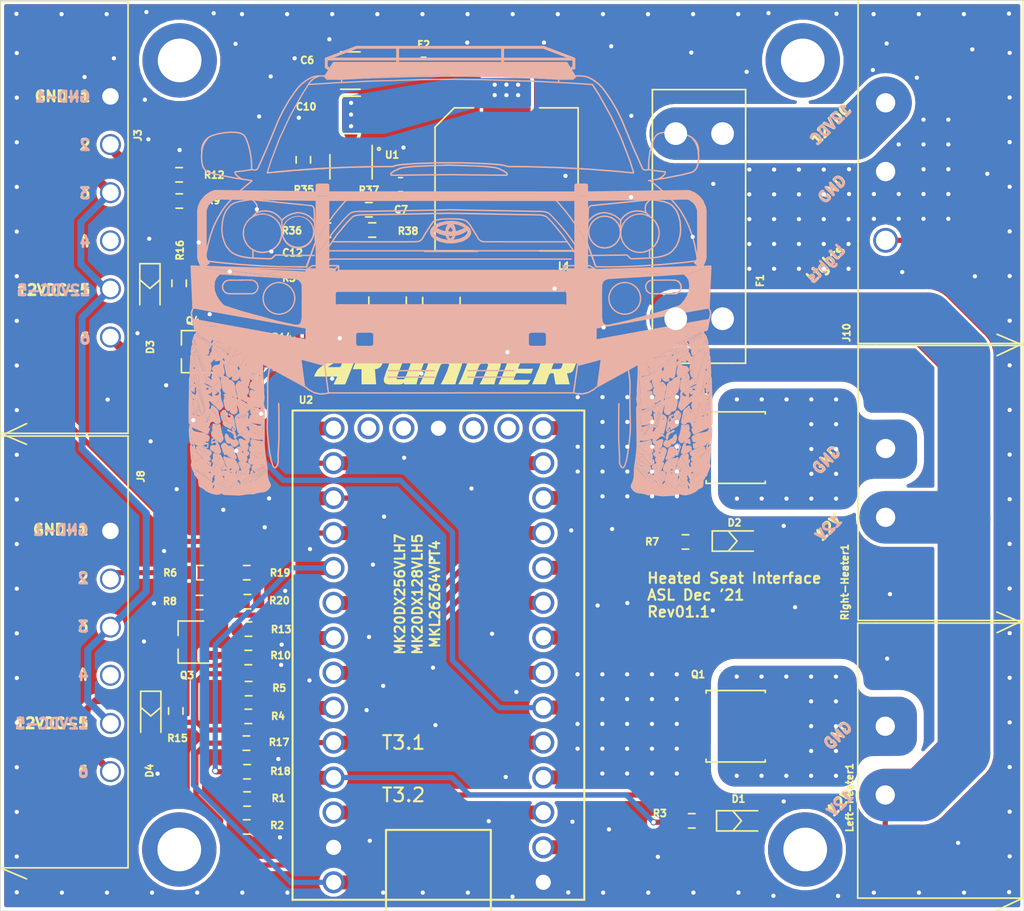
<source format=kicad_pcb>
(kicad_pcb (version 20171130) (host pcbnew "(5.1.9)-1")
  (layers (0 F.Cu signal hide) (31 B.Cu signal hide) (34 B.Paste user hide) (35 F.Paste user hide) (36 B.SilkS user) (37 F.SilkS user) (38 B.Mask user) (39 F.Mask user) (44 Edge.Cuts user))
  (net 0 "")
  (net 1 /3V3-Boot)
  (net 2 GND)
  (net 3 3V3)
  (net 4 +12-Polyfuse)
  (net 5 /3V3-FB)
  (net 6 "Net-(D1-Pad2)")
  (net 7 "Net-(D2-Pad2)")
  (net 8 "Net-(D3-Pad2)")
  (net 9 "Net-(D4-Pad2)")
  (net 10 +12VDC)
  (net 11 /12VDC-IGN)
  (net 12 Right-Illum)
  (net 13 "Net-(J3-Pad4)")
  (net 14 "Net-(J3-Pad2)")
  (net 15 "Net-(J8-Pad2)")
  (net 16 "Net-(J8-Pad4)")
  (net 17 Left-Illum)
  (net 18 "Net-(Q1-Pad1)")
  (net 19 "Net-(Q2-Pad1)")
  (net 20 "Net-(Q3-Pad1)")
  (net 21 "Net-(Q4-Pad1)")
  (net 22 Left-Heat-3V3)
  (net 23 Right-Pot)
  (net 24 Right-Heat-3V3)
  (net 25 Left-Pot)
  (net 26 Right-Illum-3V3)
  (net 27 Left-Illum-3V3)
  (net 28 /3V3-EN)
  (net 29 +Lights)
  (net 30 "Net-(U2-Pad1)")
  (net 31 "Net-(U2-Pad2)")
  (net 32 "Net-(U2-Pad5)")
  (net 33 "Net-(U2-Pad6)")
  (net 34 "Net-(U2-Pad7)")
  (net 35 "Net-(U2-Pad8)")
  (net 36 "Net-(U2-Pad9)")
  (net 37 "Net-(U2-Pad10)")
  (net 38 "Net-(U2-Pad11)")
  (net 39 "Net-(U2-Pad12)")
  (net 40 "Net-(U2-Pad13)")
  (net 41 "Net-(U2-Pad21)")
  (net 42 "Net-(U2-Pad20)")
  (net 43 "Net-(U2-Pad19)")
  (net 44 "Net-(U2-Pad18)")
  (net 45 "Net-(Left-Heater1-Pad2)")
  (net 46 "Net-(C7-Pad1)")
  (net 47 "Net-(C12-Pad2)")
  (net 48 "Net-(R17-Pad1)")
  (net 49 "Net-(R19-Pad1)")
  (net 50 "Net-(Q2-Pad3)")
  (net 51 "Net-(U2-Pad0)")
  (net 52 "Net-(U2-Pad3V3)")
  (net 53 "Net-(U2-PadProgram)")
  (net 54 "Net-(U2-PadA14)")
  (net 55 "Net-(U2-Pad3.3V)")
  (net 56 "Net-(U2-PadVBat)")
  (net 57 "Net-(J7-Pad6)")
  (net 58 "Net-(J7-Pad5)")
  (net 59 "Net-(J7-Pad4)")
  (net 60 "Net-(J7-Pad3)")
  (net 61 "Net-(J7-Pad2)")
  (net 62 "Net-(J7-Pad1)")
  (net 63 "Net-(Pin1-Pad1)")
  (net 64 "Net-(J4-Pad2)")
  (net 65 "Net-(J4-Pad1)")
  (net 66 "Net-(J6-Pad1)")
  (net 67 "Net-(J6-Pad2)")
  (net 68 "Net-(J9-Pad1)")
  (net 69 "Net-(J9-Pad2)")
  (net 70 "Net-(J9-Pad3)")
  (net 71 "Net-(Pin2-Pad1)")
  (net 72 "Net-(Pin3-Pad1)")
  (net 73 "Net-(Pin4-Pad1)")
  (net 74 "Net-(Pin5-Pad1)")
  (net 75 "Net-(Pin6-Pad1)")
  (net 76 "Net-(Pin7-Pad1)")
  (net 77 "Net-(Pin8-Pad1)")
  (net 78 "Net-(Pin9-Pad1)")
  (net 79 "Net-(Pin10-Pad1)")
  (net 80 "Net-(Pin11-Pad1)")
  (net 81 "Net-(Pin12-Pad1)")
  (module _4runner-seat-heat-custom-libraries:4runner-logo-graphic (layer F.Cu) (at 32.7406 27.6733)
    (fp_text reference 4runnerGraphic hide)
    (fp_text value G***** hide)
  )
  (module _4runner-seat-heat-custom-libraries:4runner-front-graphic (layer B.Cu) (at 31.877 16.9545 180)
    (fp_text reference 4runnerGraphic hide)
    (fp_text value G***** hide)
  )
  (module _4runner-seat-heat-custom-libraries:Teensy30_31_32_LC (layer F.Cu) (at 31.8389 47.625 90)
    (fp_text reference U2 (at 18.5674 -9.6266 180) (layer F.SilkS) (effects (font (size 0.508 0.508) (thickness 0.127))))
    (fp_text value Teensy3.2)
    (fp_text user T3.2 (at -10.16 -2.54) (layer F.SilkS))
    (fp_text user T3.1 (at -6.35 -2.54) (layer F.SilkS))
    (fp_text user MK20DX256VLH7 (at 4.445 -2.794 90) (layer F.SilkS) (effects (font (size 0.7 0.7))))
    (fp_text user MKL26Z64VFT4 (at 4.445 -0.254 90) (layer F.SilkS) (effects (font (size 0.7 0.7))))
    (fp_text user MK20DX128VLH5 (at 4.445 -1.524 90) (layer F.SilkS) (effects (font (size 0.7 0.7))))
    (pad 12 smd rect (at 16.52 9.25 270) (size 1.016 2.286) (layers F.Cu F.Paste F.Mask) (net 39 "Net-(U2-Pad12)"))
    (pad 11 smd rect (at 13.97 5.95 270) (size 1.016 2.286) (layers F.Cu F.Paste F.Mask) (net 38 "Net-(U2-Pad11)"))
    (pad 3 smd rect (at -6.35 5.95 270) (size 1.016 2.286) (layers F.Cu F.Paste F.Mask) (net 27 Left-Illum-3V3))
    (pad 10 smd rect (at 11.44 9.25 270) (size 1.016 2.286) (layers F.Cu F.Paste F.Mask) (net 37 "Net-(U2-Pad10)"))
    (pad GND smd rect (at -16.51 5.95 270) (size 1.016 2.286) (layers F.Cu F.Paste F.Mask) (net 2 GND))
    (pad 5 smd rect (at -1.27 5.95 270) (size 1.016 2.286) (layers F.Cu F.Paste F.Mask) (net 32 "Net-(U2-Pad5)"))
    (pad 0 smd rect (at -13.96 9.25 270) (size 1.016 2.286) (layers F.Cu F.Paste F.Mask) (net 51 "Net-(U2-Pad0)"))
    (pad 4 smd rect (at -3.8 9.25 270) (size 1.016 2.286) (layers F.Cu F.Paste F.Mask) (net 26 Right-Illum-3V3))
    (pad 8 smd rect (at 6.36 9.25 270) (size 1.016 2.286) (layers F.Cu F.Paste F.Mask) (net 35 "Net-(U2-Pad8)"))
    (pad 9 smd rect (at 8.89 5.95 270) (size 1.016 2.286) (layers F.Cu F.Paste F.Mask) (net 36 "Net-(U2-Pad9)"))
    (pad 7 smd rect (at 3.81 5.95 270) (size 1.016 2.286) (layers F.Cu F.Paste F.Mask) (net 34 "Net-(U2-Pad7)"))
    (pad 1 smd rect (at -11.43 5.95 270) (size 1.016 2.286) (layers F.Cu F.Paste F.Mask) (net 30 "Net-(U2-Pad1)"))
    (pad 6 smd rect (at 1.28 9.25 270) (size 1.016 2.286) (layers F.Cu F.Paste F.Mask) (net 33 "Net-(U2-Pad6)"))
    (pad 2 smd rect (at -8.88 9.25 270) (size 1.016 2.286) (layers F.Cu F.Paste F.Mask) (net 31 "Net-(U2-Pad2)"))
    (pad 14 smd rect (at 13.96 -5.95 90) (size 1.016 2.286) (layers F.Cu F.Paste F.Mask) (net 23 Right-Pot))
    (pad 16 smd rect (at 8.88 -5.95 90) (size 1.016 2.286) (layers F.Cu F.Paste F.Mask) (net 49 "Net-(R19-Pad1)"))
    (pad 18 smd rect (at 3.8 -5.95 90) (size 1.016 2.286) (layers F.Cu F.Paste F.Mask) (net 44 "Net-(U2-Pad18)"))
    (pad 20 smd rect (at -1.28 -5.95 90) (size 1.016 2.286) (layers F.Cu F.Paste F.Mask) (net 42 "Net-(U2-Pad20)"))
    (pad 22 smd rect (at -6.36 -5.95 90) (size 1.016 2.286) (layers F.Cu F.Paste F.Mask) (net 24 Right-Heat-3V3))
    (pad 3V3 smd rect (at -11.44 -5.95 90) (size 1.016 2.286) (layers F.Cu F.Paste F.Mask) (net 52 "Net-(U2-Pad3V3)"))
    (pad 13 smd rect (at 16.49 -9.25 90) (size 1.016 2.286) (layers F.Cu F.Paste F.Mask) (net 40 "Net-(U2-Pad13)"))
    (pad 15 smd rect (at 11.41 -9.25 90) (size 1.016 2.286) (layers F.Cu F.Paste F.Mask) (net 25 Left-Pot))
    (pad 17 smd rect (at 6.33 -9.25 90) (size 1.016 2.286) (layers F.Cu F.Paste F.Mask) (net 48 "Net-(R17-Pad1)"))
    (pad 19 smd rect (at 1.25 -9.25 90) (size 1.016 2.286) (layers F.Cu F.Paste F.Mask) (net 43 "Net-(U2-Pad19)"))
    (pad 21 smd rect (at -3.83 -9.25 90) (size 1.016 2.286) (layers F.Cu F.Paste F.Mask) (net 41 "Net-(U2-Pad21)"))
    (pad 23 smd rect (at -8.91 -9.25 90) (size 1.016 2.286) (layers F.Cu F.Paste F.Mask) (net 22 Left-Heat-3V3))
    (pad AGND smd rect (at -13.99 -9.25 90) (size 1.016 2.286) (layers F.Cu F.Paste F.Mask) (net 2 GND))
    (pad Vin smd rect (at -16.52 -5.95 90) (size 1.016 2.286) (layers F.Cu F.Paste F.Mask) (net 3 3V3))
    (pad GND thru_hole circle (at 16.51 0 90) (size 1.6 1.6) (drill 1.1) (layers *.Cu *.Mask) (net 2 GND))
    (pad Program thru_hole circle (at 16.51 -2.54 90) (size 1.6 1.6) (drill 1.1) (layers *.Cu *.Mask) (net 53 "Net-(U2-PadProgram)"))
    (pad A14 thru_hole circle (at 16.51 -5.08 90) (size 1.6 1.6) (drill 1.1) (layers *.Cu *.Mask) (net 54 "Net-(U2-PadA14)"))
    (pad 13 thru_hole circle (at 16.51 -7.62 90) (size 1.6 1.6) (drill 1.1) (layers *.Cu *.Mask) (net 40 "Net-(U2-Pad13)"))
    (pad 3.3V thru_hole circle (at 16.51 2.54 90) (size 1.6 1.6) (drill 1.1) (layers *.Cu *.Mask) (net 55 "Net-(U2-Pad3.3V)"))
    (pad VBat thru_hole circle (at 16.51 5.08 90) (size 1.6 1.6) (drill 1.1) (layers *.Cu *.Mask) (net 56 "Net-(U2-PadVBat)"))
    (pad 12 thru_hole circle (at 16.51 7.62 90) (size 1.6 1.6) (drill 1.1) (layers *.Cu *.Mask) (net 39 "Net-(U2-Pad12)"))
    (pad 14 thru_hole circle (at 13.97 -7.62 90) (size 1.6 1.6) (drill 1.1) (layers *.Cu *.Mask) (net 23 Right-Pot))
    (pad 15 thru_hole circle (at 11.43 -7.62 90) (size 1.6 1.6) (drill 1.1) (layers *.Cu *.Mask) (net 25 Left-Pot))
    (pad 16 thru_hole circle (at 8.89 -7.62 90) (size 1.6 1.6) (drill 1.1) (layers *.Cu *.Mask) (net 49 "Net-(R19-Pad1)"))
    (pad 17 thru_hole circle (at 6.35 -7.62 90) (size 1.6 1.6) (drill 1.1) (layers *.Cu *.Mask) (net 48 "Net-(R17-Pad1)"))
    (pad 18 thru_hole circle (at 3.81 -7.62 90) (size 1.6 1.6) (drill 1.1) (layers *.Cu *.Mask) (net 44 "Net-(U2-Pad18)"))
    (pad 19 thru_hole circle (at 1.27 -7.62 90) (size 1.6 1.6) (drill 1.1) (layers *.Cu *.Mask) (net 43 "Net-(U2-Pad19)"))
    (pad 20 thru_hole circle (at -1.27 -7.62 90) (size 1.6 1.6) (drill 1.1) (layers *.Cu *.Mask) (net 42 "Net-(U2-Pad20)"))
    (pad 21 thru_hole circle (at -3.81 -7.62 90) (size 1.6 1.6) (drill 1.1) (layers *.Cu *.Mask) (net 41 "Net-(U2-Pad21)"))
    (pad 22 thru_hole circle (at -6.35 -7.62 90) (size 1.6 1.6) (drill 1.1) (layers *.Cu *.Mask) (net 24 Right-Heat-3V3))
    (pad 23 thru_hole circle (at -8.89 -7.62 90) (size 1.6 1.6) (drill 1.1) (layers *.Cu *.Mask) (net 22 Left-Heat-3V3))
    (pad 3V3 thru_hole circle (at -11.43 -7.62 90) (size 1.6 1.6) (drill 1.1) (layers *.Cu *.Mask) (net 52 "Net-(U2-Pad3V3)"))
    (pad AGND thru_hole circle (at -13.97 -7.62 90) (size 1.6 1.6) (drill 1.1) (layers *.Cu *.Mask) (net 2 GND))
    (pad Vin thru_hole circle (at -16.51 -7.62 90) (size 1.6 1.6) (drill 1.1) (layers *.Cu *.Mask) (net 3 3V3))
    (pad 11 thru_hole circle (at 13.97 7.62 90) (size 1.6 1.6) (drill 1.1) (layers *.Cu *.Mask) (net 38 "Net-(U2-Pad11)"))
    (pad 10 thru_hole circle (at 11.43 7.62 90) (size 1.6 1.6) (drill 1.1) (layers *.Cu *.Mask) (net 37 "Net-(U2-Pad10)"))
    (pad 9 thru_hole circle (at 8.89 7.62 90) (size 1.6 1.6) (drill 1.1) (layers *.Cu *.Mask) (net 36 "Net-(U2-Pad9)"))
    (pad 8 thru_hole circle (at 6.35 7.62 90) (size 1.6 1.6) (drill 1.1) (layers *.Cu *.Mask) (net 35 "Net-(U2-Pad8)"))
    (pad 7 thru_hole circle (at 3.81 7.62 90) (size 1.6 1.6) (drill 1.1) (layers *.Cu *.Mask) (net 34 "Net-(U2-Pad7)"))
    (pad 6 thru_hole circle (at 1.27 7.62 90) (size 1.6 1.6) (drill 1.1) (layers *.Cu *.Mask) (net 33 "Net-(U2-Pad6)"))
    (pad 5 thru_hole circle (at -1.27 7.62 90) (size 1.6 1.6) (drill 1.1) (layers *.Cu *.Mask) (net 32 "Net-(U2-Pad5)"))
    (pad 4 thru_hole circle (at -3.81 7.62 90) (size 1.6 1.6) (drill 1.1) (layers *.Cu *.Mask) (net 26 Right-Illum-3V3))
    (pad 3 thru_hole circle (at -6.35 7.62 90) (size 1.6 1.6) (drill 1.1) (layers *.Cu *.Mask) (net 27 Left-Illum-3V3))
    (pad 2 thru_hole circle (at -8.89 7.62 90) (size 1.6 1.6) (drill 1.1) (layers *.Cu *.Mask) (net 31 "Net-(U2-Pad2)"))
    (pad 1 thru_hole circle (at -11.43 7.62 90) (size 1.6 1.6) (drill 1.1) (layers *.Cu *.Mask) (net 30 "Net-(U2-Pad1)"))
    (pad 0 thru_hole circle (at -13.97 7.62 90) (size 1.6 1.6) (drill 1.1) (layers *.Cu *.Mask) (net 51 "Net-(U2-Pad0)"))
    (pad GND thru_hole rect (at -16.51 7.62 90) (size 1.6 1.6) (drill 1.1) (layers *.Cu *.Mask) (net 2 GND))
  )
  (module _4runner-seat-heat-custom-libraries:TE-796864-3 (layer F.Cu) (at 64.3382 17.4498 90)
    (fp_text reference J10 (at -6.7183 -2.8321 90) (layer F.SilkS) (effects (font (size 0.508 0.508) (thickness 0.127))))
    (fp_text value TE796864-3)
    (pad 3 thru_hole circle (at 10 0 90) (size 1.8 1.8) (drill 1.4) (layers *.Cu *.Mask) (net 11 /12VDC-IGN))
    (pad 2 thru_hole circle (at 5 0 90) (size 1.8 1.8) (drill 1.4) (layers *.Cu *.Mask) (net 2 GND))
    (pad 1 thru_hole circle (at 0 0 90) (size 1.8 1.8) (drill 1.4) (layers *.Cu *.Mask) (net 29 +Lights))
  )
  (module _4runner-seat-heat-custom-libraries:TE-796864-2 (layer F.Cu) (at 64.3128 57.785 90)
    (fp_text reference Left-Heater1 (at -0.1905 -2.5908 90) (layer F.SilkS) (effects (font (size 0.508 0.508) (thickness 0.127))))
    (fp_text value TE-796864-2)
    (pad 2 thru_hole circle (at 5 0 90) (size 1.8 1.8) (drill 1.4) (layers *.Cu *.Mask) (net 45 "Net-(Left-Heater1-Pad2)"))
    (pad 1 thru_hole circle (at 0 0 90) (size 1.8 1.8) (drill 1.4) (layers *.Cu *.Mask) (net 10 +12VDC))
  )
  (module _4runner-seat-heat-custom-libraries:TE-796864-2 (layer F.Cu) (at 64.3382 37.592 90)
    (fp_text reference Right-Heater1 (at -4.7117 -2.9591 90) (layer F.SilkS) (effects (font (size 0.508 0.508) (thickness 0.127))))
    (fp_text value TE-796864-2)
    (pad 2 thru_hole circle (at 5 0 90) (size 1.8 1.8) (drill 1.4) (layers *.Cu *.Mask) (net 50 "Net-(Q2-Pad3)"))
    (pad 1 thru_hole circle (at 0 0 90) (size 1.8 1.8) (drill 1.4) (layers *.Cu *.Mask) (net 10 +12VDC))
  )
  (module _4runner-seat-heat-custom-libraries:Mounting-Hole (layer F.Cu) (at 58.3184 4.3688)
    (fp_text reference REF** hide)
    (fp_text value Mounting-Hole)
    (pad 1 thru_hole circle (at 0 0) (size 5.4102 5.4102) (drill 3.175) (layers *.Cu *.Mask))
  )
  (module _4runner-seat-heat-custom-libraries:Mounting-Hole (layer F.Cu) (at 13.0302 4.3688)
    (fp_text reference REF** hide)
    (fp_text value Mounting-Hole)
    (pad 1 thru_hole circle (at 0 0) (size 5.4102 5.4102) (drill 3.175) (layers *.Cu *.Mask))
  )
  (module _4runner-seat-heat-custom-libraries:Mounting-Hole (layer F.Cu) (at 58.4962 61.7474)
    (fp_text reference REF** hide)
    (fp_text value Mounting-Hole)
    (pad 1 thru_hole circle (at 0 0) (size 5.4102 5.4102) (drill 3.175) (layers *.Cu *.Mask))
  )
  (module _4runner-seat-heat-custom-libraries:Mounting-Hole (layer F.Cu) (at 13.0048 61.7474)
    (fp_text reference REF** hide)
    (fp_text value Mounting-Hole)
    (pad 1 thru_hole circle (at 0 0) (size 5.4102 5.4102) (drill 3.175) (layers *.Cu *.Mask))
  )
  (module Capacitor_SMD:C_0603_1608Metric (layer F.Cu) (at 29.083 13.3985 180)
    (fp_text reference C7 (at -0.0381 -1.8161) (layer F.SilkS) (effects (font (size 0.508 0.508) (thickness 0.127))))
    (fp_text value 0.1uF)
    (pad 2 smd roundrect (at 0.775 0 180) (size 0.9 0.95) (layers F.Cu F.Paste F.Mask) (net 1 /3V3-Boot))
    (pad 1 smd roundrect (at -0.775 0 180) (size 0.9 0.95) (layers F.Cu F.Paste F.Mask) (net 46 "Net-(C7-Pad1)"))
  )
  (module Capacitor_SMD:C_1210_3225Metric (layer F.Cu) (at 32.0548 22.3139 90)
    (fp_text reference C8 (at -2.8829 0.3937 180) (layer F.SilkS) (effects (font (size 0.508 0.508) (thickness 0.127))))
    (fp_text value 22uF)
    (pad 1 smd roundrect (at -1.475 0 90) (size 1.15 2.7) (layers F.Cu F.Paste F.Mask) (roundrect_rratio 0.2173904347826087) (net 2 GND))
    (pad 2 smd roundrect (at 1.475 0 90) (size 1.15 2.7) (layers F.Cu F.Paste F.Mask) (roundrect_rratio 0.2173904347826087) (net 3 3V3))
  )
  (module Capacitor_SMD:C_1210_3225Metric (layer F.Cu) (at 28.1432 22.2885 90)
    (fp_text reference C9 (at -2.9083 0.7874 180) (layer F.SilkS) (effects (font (size 0.508 0.508) (thickness 0.127))))
    (fp_text value 22uF)
    (pad 2 smd roundrect (at 1.475 0 90) (size 1.15 2.7) (layers F.Cu F.Paste F.Mask) (roundrect_rratio 0.2173904347826087) (net 3 3V3))
    (pad 1 smd roundrect (at -1.475 0 90) (size 1.15 2.7) (layers F.Cu F.Paste F.Mask) (roundrect_rratio 0.2173904347826087) (net 2 GND))
  )
  (module Capacitor_SMD:C_1210_3225Metric (layer F.Cu) (at 25.4508 8.3312)
    (fp_text reference C10 (at -3.2258 -0.5969) (layer F.SilkS) (effects (font (size 0.508 0.508) (thickness 0.127))))
    (fp_text value 10uF)
    (pad 1 smd roundrect (at -1.475 0) (size 1.15 2.7) (layers F.Cu F.Paste F.Mask) (roundrect_rratio 0.2173904347826087) (net 4 +12-Polyfuse))
    (pad 2 smd roundrect (at 1.475 0) (size 1.15 2.7) (layers F.Cu F.Paste F.Mask) (roundrect_rratio 0.2173904347826087) (net 2 GND))
  )
  (module Capacitor_SMD:C_1210_3225Metric (layer F.Cu) (at 25.4381 5.1054)
    (fp_text reference C6 (at -3.1369 -0.7493) (layer F.SilkS) (effects (font (size 0.508 0.508) (thickness 0.127))))
    (fp_text value 0.1uF)
    (pad 2 smd roundrect (at 1.475 0) (size 1.15 2.7) (layers F.Cu F.Paste F.Mask) (roundrect_rratio 0.2173904347826087) (net 2 GND))
    (pad 1 smd roundrect (at -1.475 0) (size 1.15 2.7) (layers F.Cu F.Paste F.Mask) (roundrect_rratio 0.2173904347826087) (net 4 +12-Polyfuse))
  )
  (module Capacitor_SMD:C_0603_1608Metric (layer F.Cu) (at 23.7744 18.3388 180)
    (fp_text reference C12 (at 2.54 -0.0127) (layer F.SilkS) (effects (font (size 0.508 0.508) (thickness 0.127))))
    (fp_text value 22uF)
    (pad 1 smd roundrect (at -0.775 0 180) (size 0.9 0.95) (layers F.Cu F.Paste F.Mask) (net 5 /3V3-FB))
    (pad 2 smd roundrect (at 0.775 0 180) (size 0.9 0.95) (layers F.Cu F.Paste F.Mask) (net 47 "Net-(C12-Pad2)"))
  )
  (module _4runner-seat-heat-custom-libraries:Keystone-3587-20 (layer F.Cu) (at 52.4891 9.6901 270)
    (fp_text reference F1 (at 10.6934 -2.7305 90) (layer F.SilkS) (effects (font (size 0.508 0.508) (thickness 0.127))))
    (fp_text value Fuse)
    (pad 1 thru_hole circle (at 0 0 270) (size 2.159 2.159) (drill 1.651) (layers *.Cu *.Mask) (net 11 /12VDC-IGN))
    (pad 2 thru_hole circle (at 13.462 0 270) (size 2.159 2.159) (drill 1.651) (layers *.Cu *.Mask) (net 10 +12VDC))
    (pad 1 thru_hole circle (at 0 3.4036 270) (size 2.159 2.159) (drill 1.651) (layers *.Cu *.Mask) (net 11 /12VDC-IGN))
    (pad 2 thru_hole circle (at 13.462 3.4036 270) (size 2.159 2.159) (drill 1.651) (layers *.Cu *.Mask) (net 10 +12VDC))
  )
  (module Fuse:Fuse_0603_1608Metric (layer F.Cu) (at 30.7594 4.6482)
    (fp_text reference F2 (at 0 -1.43) (layer F.SilkS) (effects (font (size 0.508 0.508) (thickness 0.127))))
    (fp_text value Polyfuse)
    (pad 1 smd roundrect (at -0.7875 0) (size 0.875 0.95) (layers F.Cu F.Paste F.Mask) (net 4 +12-Polyfuse))
    (pad 2 smd roundrect (at 0.7875 0) (size 0.875 0.95) (layers F.Cu F.Paste F.Mask) (net 10 +12VDC))
  )
  (module _4runner-seat-heat-custom-libraries:TE-284539-6 (layer F.Cu) (at 8.001 6.985 270)
    (fp_text reference J3 (at 2.8321 -1.9939 90) (layer F.SilkS) (effects (font (size 0.508 0.508) (thickness 0.127))))
    (fp_text value TE-284539-6)
    (pad 6 thru_hole circle (at 17.5 0 270) (size 1.524 1.524) (drill 1.199998) (layers *.Cu *.Mask) (net 12 Right-Illum))
    (pad 5 thru_hole circle (at 14 0 270) (size 1.524 1.524) (drill 1.199998) (layers *.Cu *.Mask) (net 4 +12-Polyfuse))
    (pad 4 thru_hole circle (at 10.5 0 270) (size 1.524 1.524) (drill 1.199998) (layers *.Cu *.Mask) (net 13 "Net-(J3-Pad4)"))
    (pad 3 thru_hole circle (at 7 0 270) (size 1.524 1.524) (drill 1.199998) (layers *.Cu *.Mask) (net 4 +12-Polyfuse))
    (pad 2 thru_hole circle (at 3.5 0 270) (size 1.524 1.524) (drill 1.199998) (layers *.Cu *.Mask) (net 14 "Net-(J3-Pad2)"))
    (pad 1 thru_hole circle (at 0 0 270) (size 1.524 1.524) (drill 1.199998) (layers *.Cu *.Mask) (net 2 GND))
  )
  (module _4runner-seat-heat-custom-libraries:TE-284539-6 (layer F.Cu) (at 8.001 38.5826 270)
    (fp_text reference J8 (at -3.9624 -2.2098 90) (layer F.SilkS) (effects (font (size 0.508 0.508) (thickness 0.127))))
    (fp_text value TE-284539-6)
    (pad 1 thru_hole circle (at 0 0 270) (size 1.524 1.524) (drill 1.199998) (layers *.Cu *.Mask) (net 2 GND))
    (pad 2 thru_hole circle (at 3.5 0 270) (size 1.524 1.524) (drill 1.199998) (layers *.Cu *.Mask) (net 15 "Net-(J8-Pad2)"))
    (pad 3 thru_hole circle (at 7 0 270) (size 1.524 1.524) (drill 1.199998) (layers *.Cu *.Mask) (net 4 +12-Polyfuse))
    (pad 4 thru_hole circle (at 10.5 0 270) (size 1.524 1.524) (drill 1.199998) (layers *.Cu *.Mask) (net 16 "Net-(J8-Pad4)"))
    (pad 5 thru_hole circle (at 14 0 270) (size 1.524 1.524) (drill 1.199998) (layers *.Cu *.Mask) (net 4 +12-Polyfuse))
    (pad 6 thru_hole circle (at 17.5 0 270) (size 1.524 1.524) (drill 1.199998) (layers *.Cu *.Mask) (net 17 Left-Illum))
  )
  (module Resistor_SMD:R_0603_1608Metric (layer F.Cu) (at 17.9324 58.0771 180)
    (fp_text reference R1 (at -2.286 0.0508) (layer F.SilkS) (effects (font (size 0.508 0.508) (thickness 0.127))))
    (fp_text value 10K)
    (pad 2 smd roundrect (at 0.825 0 180) (size 0.8 0.95) (layers F.Cu F.Paste F.Mask) (net 22 Left-Heat-3V3))
    (pad 1 smd roundrect (at -0.825 0 180) (size 0.8 0.95) (layers F.Cu F.Paste F.Mask) (net 18 "Net-(Q1-Pad1)"))
  )
  (module Resistor_SMD:R_0603_1608Metric (layer F.Cu) (at 50.2539 59.6646 180)
    (fp_text reference R3 (at 2.3241 0.5461) (layer F.SilkS) (effects (font (size 0.508 0.508) (thickness 0.127))))
    (fp_text value 1K)
    (pad 1 smd roundrect (at -0.825 0 180) (size 0.8 0.95) (layers F.Cu F.Paste F.Mask) (net 6 "Net-(D1-Pad2)"))
    (pad 2 smd roundrect (at 0.825 0 180) (size 0.8 0.95) (layers F.Cu F.Paste F.Mask) (net 22 Left-Heat-3V3))
  )
  (module Resistor_SMD:R_0603_1608Metric (layer F.Cu) (at 17.907 60.1091)
    (fp_text reference R2 (at 2.2098 -0.1143) (layer F.SilkS) (effects (font (size 0.508 0.508) (thickness 0.127))))
    (fp_text value 100K)
    (pad 2 smd roundrect (at 0.825 0) (size 0.8 0.95) (layers F.Cu F.Paste F.Mask) (net 18 "Net-(Q1-Pad1)"))
    (pad 1 smd roundrect (at -0.825 0) (size 0.8 0.95) (layers F.Cu F.Paste F.Mask) (net 2 GND))
  )
  (module Resistor_SMD:R_0603_1608Metric (layer F.Cu) (at 13.0048 14.5923 180)
    (fp_text reference R9 (at -2.4765 0.0381) (layer F.SilkS) (effects (font (size 0.508 0.508) (thickness 0.127))))
    (fp_text value 3.6k)
    (pad 1 smd roundrect (at -0.825 0 180) (size 0.8 0.95) (layers F.Cu F.Paste F.Mask) (net 23 Right-Pot))
    (pad 2 smd roundrect (at 0.825 0 180) (size 0.8 0.95) (layers F.Cu F.Paste F.Mask) (net 14 "Net-(J3-Pad2)"))
  )
  (module Resistor_SMD:R_0603_1608Metric (layer F.Cu) (at 12.9921 12.6873 180)
    (fp_text reference R12 (at -2.5527 -0.0127) (layer F.SilkS) (effects (font (size 0.508 0.508) (thickness 0.127))))
    (fp_text value 1k)
    (pad 2 smd roundrect (at 0.825 0 180) (size 0.8 0.95) (layers F.Cu F.Paste F.Mask) (net 2 GND))
    (pad 1 smd roundrect (at -0.825 0 180) (size 0.8 0.95) (layers F.Cu F.Paste F.Mask) (net 23 Right-Pot))
  )
  (module Resistor_SMD:R_0603_1608Metric (layer F.Cu) (at 18.0213 52.07)
    (fp_text reference R4 (at 2.159 -0.0127) (layer F.SilkS) (effects (font (size 0.508 0.508) (thickness 0.127))))
    (fp_text value 10K)
    (pad 1 smd roundrect (at -0.825 0) (size 0.8 0.95) (layers F.Cu F.Paste F.Mask) (net 19 "Net-(Q2-Pad1)"))
    (pad 2 smd roundrect (at 0.825 0) (size 0.8 0.95) (layers F.Cu F.Paste F.Mask) (net 24 Right-Heat-3V3))
  )
  (module Resistor_SMD:R_0603_1608Metric (layer F.Cu) (at 49.7967 39.3827 180)
    (fp_text reference R7 (at 2.4257 0.0127) (layer F.SilkS) (effects (font (size 0.508 0.508) (thickness 0.127))))
    (fp_text value 1K)
    (pad 2 smd roundrect (at 0.825 0 180) (size 0.8 0.95) (layers F.Cu F.Paste F.Mask) (net 24 Right-Heat-3V3))
    (pad 1 smd roundrect (at -0.825 0 180) (size 0.8 0.95) (layers F.Cu F.Paste F.Mask) (net 7 "Net-(D2-Pad2)"))
  )
  (module Resistor_SMD:R_0603_1608Metric (layer F.Cu) (at 18.0467 50.0507)
    (fp_text reference R5 (at 2.2225 -0.0381) (layer F.SilkS) (effects (font (size 0.508 0.508) (thickness 0.127))))
    (fp_text value 100K)
    (pad 1 smd roundrect (at -0.825 0) (size 0.8 0.95) (layers F.Cu F.Paste F.Mask) (net 2 GND))
    (pad 2 smd roundrect (at 0.825 0) (size 0.8 0.95) (layers F.Cu F.Paste F.Mask) (net 19 "Net-(Q2-Pad1)"))
  )
  (module Resistor_SMD:R_0603_1608Metric (layer F.Cu) (at 14.5034 41.6179 180)
    (fp_text reference R6 (at 2.159 -0.0127) (layer F.SilkS) (effects (font (size 0.508 0.508) (thickness 0.127))))
    (fp_text value 3.6k)
    (pad 2 smd roundrect (at 0.825 0 180) (size 0.8 0.95) (layers F.Cu F.Paste F.Mask) (net 15 "Net-(J8-Pad2)"))
    (pad 1 smd roundrect (at -0.825 0 180) (size 0.8 0.95) (layers F.Cu F.Paste F.Mask) (net 25 Left-Pot))
  )
  (module Resistor_SMD:R_0603_1608Metric (layer F.Cu) (at 14.478 43.7896 180)
    (fp_text reference R8 (at 2.159 0.0889) (layer F.SilkS) (effects (font (size 0.508 0.508) (thickness 0.127))))
    (fp_text value 1k)
    (pad 1 smd roundrect (at -0.825 0 180) (size 0.8 0.95) (layers F.Cu F.Paste F.Mask) (net 25 Left-Pot))
    (pad 2 smd roundrect (at 0.825 0 180) (size 0.8 0.95) (layers F.Cu F.Paste F.Mask) (net 2 GND))
  )
  (module Resistor_SMD:R_0603_1608Metric (layer F.Cu) (at 17.9705 26.5049)
    (fp_text reference R11 (at 2.5654 0) (layer F.SilkS) (effects (font (size 0.508 0.508) (thickness 0.127))))
    (fp_text value 10K)
    (pad 1 smd roundrect (at -0.825 0) (size 0.8 0.95) (layers F.Cu F.Paste F.Mask) (net 21 "Net-(Q4-Pad1)"))
    (pad 2 smd roundrect (at 0.825 0) (size 0.8 0.95) (layers F.Cu F.Paste F.Mask) (net 26 Right-Illum-3V3))
  )
  (module Resistor_SMD:R_0603_1608Metric (layer F.Cu) (at 18.0213 47.7901)
    (fp_text reference R10 (at 2.3495 -0.1524) (layer F.SilkS) (effects (font (size 0.508 0.508) (thickness 0.127))))
    (fp_text value 10K)
    (pad 2 smd roundrect (at 0.825 0) (size 0.8 0.95) (layers F.Cu F.Paste F.Mask) (net 27 Left-Illum-3V3))
    (pad 1 smd roundrect (at -0.825 0) (size 0.8 0.95) (layers F.Cu F.Paste F.Mask) (net 20 "Net-(Q3-Pad1)"))
  )
  (module Resistor_SMD:R_0603_1608Metric (layer F.Cu) (at 12.9921 20.574 270)
    (fp_text reference R16 (at -2.4003 -0.0635 90) (layer F.SilkS) (effects (font (size 0.508 0.508) (thickness 0.127))))
    (fp_text value 10K)
    (pad 1 smd roundrect (at -0.825 0 270) (size 0.8 0.95) (layers F.Cu F.Paste F.Mask) (net 8 "Net-(D3-Pad2)"))
    (pad 2 smd roundrect (at 0.825 0 270) (size 0.8 0.95) (layers F.Cu F.Paste F.Mask) (net 26 Right-Illum-3V3))
  )
  (module Resistor_SMD:R_0603_1608Metric (layer F.Cu) (at 12.7508 51.6763 270)
    (fp_text reference R15 (at 1.9812 -0.127 180) (layer F.SilkS) (effects (font (size 0.508 0.508) (thickness 0.127))))
    (fp_text value 10K)
    (pad 2 smd roundrect (at 0.825 0 270) (size 0.8 0.95) (layers F.Cu F.Paste F.Mask) (net 27 Left-Illum-3V3))
    (pad 1 smd roundrect (at -0.825 0 270) (size 0.8 0.95) (layers F.Cu F.Paste F.Mask) (net 9 "Net-(D4-Pad2)"))
  )
  (module Resistor_SMD:R_0603_1608Metric (layer F.Cu) (at 17.9705 24.5618 180)
    (fp_text reference R14 (at -2.4892 0.0508) (layer F.SilkS) (effects (font (size 0.508 0.508) (thickness 0.127))))
    (fp_text value 10K)
    (pad 2 smd roundrect (at 0.825 0 180) (size 0.8 0.95) (layers F.Cu F.Paste F.Mask) (net 21 "Net-(Q4-Pad1)"))
    (pad 1 smd roundrect (at -0.825 0 180) (size 0.8 0.95) (layers F.Cu F.Paste F.Mask) (net 2 GND))
  )
  (module Resistor_SMD:R_0603_1608Metric (layer F.Cu) (at 18.034 45.72 180)
    (fp_text reference R13 (at -2.3749 -0.0254) (layer F.SilkS) (effects (font (size 0.508 0.508) (thickness 0.127))))
    (fp_text value 10K)
    (pad 2 smd roundrect (at 0.825 0 180) (size 0.8 0.95) (layers F.Cu F.Paste F.Mask) (net 20 "Net-(Q3-Pad1)"))
    (pad 1 smd roundrect (at -0.825 0 180) (size 0.8 0.95) (layers F.Cu F.Paste F.Mask) (net 2 GND))
  )
  (module Resistor_SMD:R_0603_1608Metric (layer F.Cu) (at 23.7871 20.0406 180)
    (fp_text reference R34 (at 2.5654 -0.1524) (layer F.SilkS) (effects (font (size 0.508 0.508) (thickness 0.127))))
    (fp_text value 49.9)
    (pad 1 smd roundrect (at -0.825 0 180) (size 0.8 0.95) (layers F.Cu F.Paste F.Mask) (net 3 3V3))
    (pad 2 smd roundrect (at 0.825 0 180) (size 0.8 0.95) (layers F.Cu F.Paste F.Mask) (net 47 "Net-(C12-Pad2)"))
  )
  (module Resistor_SMD:R_0603_1608Metric (layer F.Cu) (at 22.0218 11.5951 270)
    (fp_text reference R35 (at 2.1717 -0.0381 180) (layer F.SilkS) (effects (font (size 0.508 0.508) (thickness 0.127))))
    (fp_text value 510k)
    (pad 1 smd roundrect (at -0.825 0 270) (size 0.8 0.95) (layers F.Cu F.Paste F.Mask) (net 4 +12-Polyfuse))
    (pad 2 smd roundrect (at 0.825 0 270) (size 0.8 0.95) (layers F.Cu F.Paste F.Mask) (net 28 /3V3-EN))
  )
  (module Resistor_SMD:R_0603_1608Metric (layer F.Cu) (at 23.7744 16.7132)
    (fp_text reference R36 (at -2.5908 0.0381) (layer F.SilkS) (effects (font (size 0.508 0.508) (thickness 0.127))))
    (fp_text value 100k)
    (pad 2 smd roundrect (at 0.825 0) (size 0.8 0.95) (layers F.Cu F.Paste F.Mask) (net 5 /3V3-FB))
    (pad 1 smd roundrect (at -0.825 0) (size 0.8 0.95) (layers F.Cu F.Paste F.Mask) (net 47 "Net-(C12-Pad2)"))
  )
  (module Resistor_SMD:R_0603_1608Metric (layer F.Cu) (at 26.7843 15.2273)
    (fp_text reference R37 (at 0 -1.43) (layer F.SilkS) (effects (font (size 0.508 0.508) (thickness 0.127))))
    (fp_text value 105k)
    (pad 2 smd roundrect (at 0.825 0) (size 0.8 0.95) (layers F.Cu F.Paste F.Mask) (net 2 GND))
    (pad 1 smd roundrect (at -0.825 0) (size 0.8 0.95) (layers F.Cu F.Paste F.Mask) (net 28 /3V3-EN))
  )
  (module Resistor_SMD:R_0603_1608Metric_Pad0.98x0.95mm_HandSolder (layer F.Cu) (at 27.0256 16.7005)
    (fp_text reference R38 (at 2.6035 0.0762) (layer F.SilkS) (effects (font (size 0.508 0.508) (thickness 0.127))))
    (fp_text value 22k)
    (pad 1 smd roundrect (at -0.9125 0) (size 0.975 0.95) (layers F.Cu F.Paste F.Mask) (net 5 /3V3-FB))
    (pad 2 smd roundrect (at 0.9125 0) (size 0.975 0.95) (layers F.Cu F.Paste F.Mask) (net 2 GND))
  )
  (module Resistor_SMD:R_0603_1608Metric (layer F.Cu) (at 17.8816 54.0131 180)
    (fp_text reference R17 (at -2.3749 0.0635) (layer F.SilkS) (effects (font (size 0.508 0.508) (thickness 0.127))))
    (fp_text value 3.6k)
    (pad 1 smd roundrect (at -0.825 0 180) (size 0.8 0.95) (layers F.Cu F.Paste F.Mask) (net 48 "Net-(R17-Pad1)"))
    (pad 2 smd roundrect (at 0.825 0 180) (size 0.8 0.95) (layers F.Cu F.Paste F.Mask) (net 10 +12VDC))
  )
  (module Resistor_SMD:R_0603_1608Metric (layer F.Cu) (at 17.907 41.6179 180)
    (fp_text reference R19 (at -2.4257 -0.0127) (layer F.SilkS) (effects (font (size 0.508 0.508) (thickness 0.127))))
    (fp_text value 3.6k)
    (pad 2 smd roundrect (at 0.825 0 180) (size 0.8 0.95) (layers F.Cu F.Paste F.Mask) (net 29 +Lights))
    (pad 1 smd roundrect (at -0.825 0 180) (size 0.8 0.95) (layers F.Cu F.Paste F.Mask) (net 49 "Net-(R19-Pad1)"))
  )
  (module Resistor_SMD:R_0603_1608Metric (layer F.Cu) (at 17.9324 56.0959 180)
    (fp_text reference R18 (at -2.4257 0.0381) (layer F.SilkS) (effects (font (size 0.508 0.508) (thickness 0.127))))
    (fp_text value 1k)
    (pad 1 smd roundrect (at -0.825 0 180) (size 0.8 0.95) (layers F.Cu F.Paste F.Mask) (net 2 GND))
    (pad 2 smd roundrect (at 0.825 0 180) (size 0.8 0.95) (layers F.Cu F.Paste F.Mask) (net 48 "Net-(R17-Pad1)"))
  )
  (module Resistor_SMD:R_0603_1608Metric (layer F.Cu) (at 17.9578 43.7261)
    (fp_text reference R20 (at 2.3241 -0.0762) (layer F.SilkS) (effects (font (size 0.508 0.508) (thickness 0.127))))
    (fp_text value 1k)
    (pad 1 smd roundrect (at -0.825 0) (size 0.8 0.95) (layers F.Cu F.Paste F.Mask) (net 2 GND))
    (pad 2 smd roundrect (at 0.825 0) (size 0.8 0.95) (layers F.Cu F.Paste F.Mask) (net 49 "Net-(R19-Pad1)"))
  )
  (module _4runner-seat-heat-custom-libraries:TPS54302DDCR (layer F.Cu) (at 26.2128 12.1031 270)
    (fp_text reference U1 (at -0.8636 -2.2606 180) (layer F.SilkS) (effects (font (size 0.508 0.508) (thickness 0.127))))
    (fp_text value TPS54302DDCR)
    (pad 2 smd rect (at -1.31 0.7 270) (size 1.22 0.65) (layers F.Cu F.Paste F.Mask) (net 46 "Net-(C7-Pad1)"))
    (pad 1 smd rect (at -1.31 -0.25 270) (size 1.22 0.65) (layers F.Cu F.Paste F.Mask) (net 2 GND))
    (pad 6 smd rect (at 1.31 -0.25 270) (size 1.22 0.65) (layers F.Cu F.Paste F.Mask) (net 1 /3V3-Boot))
    (pad 3 smd rect (at -1.31 1.65 270) (size 1.22 0.65) (layers F.Cu F.Paste F.Mask) (net 4 +12-Polyfuse))
    (pad 5 smd rect (at 1.31 0.7 270) (size 1.22 0.65) (layers F.Cu F.Paste F.Mask) (net 28 /3V3-EN))
    (pad 4 smd rect (at 1.31 1.65 270) (size 1.22 0.65) (layers F.Cu F.Paste F.Mask) (net 5 /3V3-FB))
  )
  (module _4runner-seat-heat-custom-libraries:Kingbright-APT1608LZGCK (layer F.Cu) (at 53.5559 59.6646 180)
    (fp_text reference D1 (at -0.0889 1.5875) (layer F.SilkS) (effects (font (size 0.508 0.508) (thickness 0.127))))
    (fp_text value LeftHeatLED)
    (pad 2 smd roundrect (at 0.7875 0 180) (size 0.875 0.95) (layers F.Cu F.Paste F.Mask) (net 6 "Net-(D1-Pad2)"))
    (pad 1 smd roundrect (at -0.7875 0 180) (size 0.875 0.95) (layers F.Cu F.Paste F.Mask) (net 2 GND))
  )
  (module _4runner-seat-heat-custom-libraries:Kingbright-APT1608LZGCK (layer F.Cu) (at 53.2384 39.3192 180)
    (fp_text reference D2 (at -0.1143 1.3335) (layer F.SilkS) (effects (font (size 0.508 0.508) (thickness 0.127))))
    (fp_text value RightHeatLED)
    (pad 1 smd roundrect (at -0.7875 0 180) (size 0.875 0.95) (layers F.Cu F.Paste F.Mask) (net 2 GND))
    (pad 2 smd roundrect (at 0.7875 0 180) (size 0.875 0.95) (layers F.Cu F.Paste F.Mask) (net 7 "Net-(D2-Pad2)"))
  )
  (module _4runner-seat-heat-custom-libraries:Kingbright-APT1608LZGCK (layer F.Cu) (at 10.8712 20.6502 90)
    (fp_text reference D3 (at -4.5593 0.0254 90) (layer F.SilkS) (effects (font (size 0.508 0.508) (thickness 0.127))))
    (fp_text value Right-Illum-LED)
    (pad 1 smd roundrect (at -0.7875 0 90) (size 0.875 0.95) (layers F.Cu F.Paste F.Mask) (net 2 GND))
    (pad 2 smd roundrect (at 0.7875 0 90) (size 0.875 0.95) (layers F.Cu F.Paste F.Mask) (net 8 "Net-(D3-Pad2)"))
  )
  (module _4runner-seat-heat-custom-libraries:Kingbright-APT1608LZGCK (layer F.Cu) (at 10.9347 51.7398 90)
    (fp_text reference D4 (at -4.2799 -0.0889 90) (layer F.SilkS) (effects (font (size 0.508 0.508) (thickness 0.127))))
    (fp_text value Left-Illum-LED)
    (pad 2 smd roundrect (at 0.7875 0 90) (size 0.875 0.95) (layers F.Cu F.Paste F.Mask) (net 9 "Net-(D4-Pad2)"))
    (pad 1 smd roundrect (at -0.7875 0 90) (size 0.875 0.95) (layers F.Cu F.Paste F.Mask) (net 2 GND))
  )
  (module _4runner-seat-heat-custom-libraries:BUK9Y30-75B,115-SOT669 (layer F.Cu) (at 53.7083 52.785)
    (fp_text reference Q1 (at -2.9972 -3.763) (layer F.SilkS) (effects (font (size 0.508 0.508) (thickness 0.127))))
    (fp_text value BUK9Y30-75B,115)
    (pad 3 smd custom (at 0.335 0) (size 3.3 4.2) (layers F.Cu F.Mask) (net 45 "Net-(Left-Heater1-Pad2)") (options (clearance outline) (anchor rect)) (primitives (gr_poly (pts (xy 1.425 -2.35) (xy 2.975 -2.35) (xy 2.975 2.35) (xy 1.425 2.35)) (width 0))))
    (pad 2 smd rect (at -2.935 -0.64 270) (size 0.7 1.15) (layers F.Cu F.Paste F.Mask) (net 2 GND))
    (pad 1 smd rect (at -2.935 1.91 270) (size 0.7 1.15) (layers F.Cu F.Paste F.Mask) (net 18 "Net-(Q1-Pad1)"))
    (pad 2 smd rect (at -2.935 -1.91 270) (size 0.7 1.15) (layers F.Cu F.Paste F.Mask) (net 2 GND))
    (pad 2 smd rect (at -2.935 0.64 270) (size 0.7 1.15) (layers F.Cu F.Paste F.Mask) (net 2 GND))
  )
  (module _4runner-seat-heat-custom-libraries:BUK9Y30-75B,115-SOT669 (layer F.Cu) (at 53.7083 32.5247)
    (fp_text reference Q2 (at -2.7178 -3.6195) (layer F.SilkS) (effects (font (size 0.508 0.508) (thickness 0.127))))
    (fp_text value BUK9Y30-75B,115)
    (pad 2 smd rect (at -2.935 0.64 270) (size 0.7 1.15) (layers F.Cu F.Paste F.Mask) (net 2 GND))
    (pad 2 smd rect (at -2.935 -1.91 270) (size 0.7 1.15) (layers F.Cu F.Paste F.Mask) (net 2 GND))
    (pad 1 smd rect (at -2.935 1.91 270) (size 0.7 1.15) (layers F.Cu F.Paste F.Mask) (net 19 "Net-(Q2-Pad1)"))
    (pad 2 smd rect (at -2.935 -0.64 270) (size 0.7 1.15) (layers F.Cu F.Paste F.Mask) (net 2 GND))
    (pad 3 smd custom (at 0.335 0) (size 3.3 4.2) (layers F.Cu F.Mask) (net 50 "Net-(Q2-Pad3)") (options (clearance outline) (anchor rect)) (primitives (gr_poly (pts (xy 1.425 -2.35) (xy 2.975 -2.35) (xy 2.975 2.35) (xy 1.425 2.35)) (width 0))))
  )
  (module _4runner-seat-heat-custom-libraries:BSH103,215 (layer F.Cu) (at 14.1097 25.5651 180)
    (fp_text reference Q4 (at 0.1143 2.2606) (layer F.SilkS) (effects (font (size 0.508 0.508) (thickness 0.127))))
    (fp_text value BSH103,215)
    (pad 2 smd rect (at -1.31 0.95 180) (size 1.22 0.65) (layers F.Cu F.Paste F.Mask) (net 2 GND))
    (pad 1 smd rect (at -1.31 -0.95 180) (size 1.22 0.65) (layers F.Cu F.Paste F.Mask) (net 21 "Net-(Q4-Pad1)"))
    (pad 3 smd rect (at 1.31 0 180) (size 1.22 0.65) (layers F.Cu F.Paste F.Mask) (net 12 Right-Illum))
  )
  (module _4runner-seat-heat-custom-libraries:BSH103,215 (layer F.Cu) (at 13.8684 46.6852 180)
    (fp_text reference Q3 (at 0.3 -2.4) (layer F.SilkS) (effects (font (size 0.508 0.508) (thickness 0.127))))
    (fp_text value BSH103,215)
    (pad 3 smd rect (at 1.31 0 180) (size 1.22 0.65) (layers F.Cu F.Paste F.Mask) (net 17 Left-Illum))
    (pad 1 smd rect (at -1.31 -0.95 180) (size 1.22 0.65) (layers F.Cu F.Paste F.Mask) (net 20 "Net-(Q3-Pad1)"))
    (pad 2 smd rect (at -1.31 0.95 180) (size 1.22 0.65) (layers F.Cu F.Paste F.Mask) (net 2 GND))
  )
  (module Inductor_SMD:L_Wuerth_WE-PDF (layer F.Cu) (at 36.7919 13.0175 270)
    (fp_text reference L1 (at 6.2992 -4.191 180) (layer F.SilkS) (effects (font (size 0.508 0.508) (thickness 0.127))))
    (fp_text value L)
    (pad 1 smd rect (at -4.1 0 270) (size 2.4 3.4) (layers F.Cu F.Paste F.Mask) (net 46 "Net-(C7-Pad1)"))
    (pad 2 smd rect (at 4.1 0 270) (size 2.4 3.4) (layers F.Cu F.Paste F.Mask) (net 3 3V3))
  )
  (module _4runner-seat-heat-custom-libraries:DNP-Mechanical (layer F.Cu) (at 5.9789 -21.9683)
    (fp_text reference J1 hide)
    (fp_text value Toyota-90980-10964 hide)
  )
  (module _4runner-seat-heat-custom-libraries:DNP-Mechanical (layer F.Cu) (at 5.9789 -19.4483)
    (fp_text reference J4 hide)
    (fp_text value TE-796859-2 hide)
  )
  (module _4runner-seat-heat-custom-libraries:DNP-Mechanical (layer F.Cu) (at 25.0089 -21.9683)
    (fp_text reference J5 hide)
    (fp_text value Toyota-90980-10933 hide)
  )
  (module _4runner-seat-heat-custom-libraries:DNP-Mechanical (layer F.Cu) (at 5.9789 -16.9283)
    (fp_text reference J6 hide)
    (fp_text value TE-796859-2 hide)
  )
  (module _4runner-seat-heat-custom-libraries:DNP-Mechanical (layer F.Cu) (at 25.0089 -19.4483)
    (fp_text reference J9 hide)
    (fp_text value TE-796859-3 hide)
  )
  (module _4runner-seat-heat-custom-libraries:DNP-Mechanical (layer F.Cu) (at 5.9789 -14.4083)
    (fp_text reference Pin2 hide)
    (fp_text value TE-1743655-1 hide)
  )
  (module _4runner-seat-heat-custom-libraries:DNP-Mechanical (layer F.Cu) (at 5.9789 -11.8883)
    (fp_text reference Pin3 hide)
    (fp_text value TE-1743655-1 hide)
  )
  (module _4runner-seat-heat-custom-libraries:DNP-Mechanical (layer F.Cu) (at 5.9789 -9.3683)
    (fp_text reference Pin4 hide)
    (fp_text value TE-1743655-1 hide)
  )
  (module _4runner-seat-heat-custom-libraries:DNP-Mechanical (layer F.Cu) (at 5.9789 -6.8483)
    (fp_text reference Pin5 hide)
    (fp_text value TE-1743655-1 hide)
  )
  (module _4runner-seat-heat-custom-libraries:DNP-Mechanical (layer F.Cu) (at 5.9789 -4.3283)
    (fp_text reference Pin6 hide)
    (fp_text value TE-1743655-1 hide)
  )
  (module _4runner-seat-heat-custom-libraries:DNP-Mechanical (layer F.Cu) (at 5.9789 -1.8083)
    (fp_text reference Pin7 hide)
    (fp_text value TE-1743655-1 hide)
  )
  (module _4runner-seat-heat-custom-libraries:DNP-Mechanical (layer F.Cu) (at 25.0089 -16.9283)
    (fp_text reference Pin8 hide)
    (fp_text value TE-1743655-1 hide)
  )
  (module _4runner-seat-heat-custom-libraries:DNP-Mechanical (layer F.Cu) (at 25.0089 -14.4083)
    (fp_text reference Pin9 hide)
    (fp_text value TE-1743655-1 hide)
  )
  (module _4runner-seat-heat-custom-libraries:DNP-Mechanical (layer F.Cu) (at 25.0089 -11.8883)
    (fp_text reference Pin10 hide)
    (fp_text value TE-1743655-1 hide)
  )
  (module _4runner-seat-heat-custom-libraries:DNP-Mechanical (layer F.Cu) (at 25.0089 -9.3683)
    (fp_text reference Pin11 hide)
    (fp_text value TE-1743655-1 hide)
  )
  (module _4runner-seat-heat-custom-libraries:DNP-Mechanical (layer F.Cu) (at 25.0089 -6.8483)
    (fp_text reference Pin12 hide)
    (fp_text value TE-1743655-1 hide)
  )
  (module _4runner-seat-heat-custom-libraries:DNP-Mechanical (layer F.Cu) (at 25.0089 -4.3283)
    (fp_text reference S1 hide)
    (fp_text value Toyota-84751-35090 hide)
  )
  (module _4runner-seat-heat-custom-libraries:DNP-Mechanical (layer F.Cu) (at 25.0089 -1.8083)
    (fp_text reference S2 hide)
    (fp_text value Toyota-84751-35100 hide)
  )
  (module _4runner-seat-heat-custom-libraries:DNP-Mechanical (layer F.Cu) (at 44.3484 -1.8923)
    (fp_text reference J7 hide)
    (fp_text value TE-284510-6 hide)
  )
  (gr_text "Heated Seat Interface\nASL Dec '21\nRev01.1" (at 46.9265 43.2435) (layer F.SilkS) (effects (font (size 0.762 0.762) (thickness 0.1524)) (justify left)))
  (gr_text 2 (at 6.027058 42.01414) (layer F.SilkS) (effects (font (size 0.762 0.762) (thickness 0.1905))))
  (gr_text 4 (at 6.027058 49.05502) (layer F.SilkS) (effects (font (size 0.762 0.762) (thickness 0.1905))))
  (gr_text "12VDC-5\n" (at 3.741058 52.60086) (layer B.SilkS) (effects (font (size 0.762 0.762) (thickness 0.1905)) (justify mirror)))
  (gr_text 2 (at 6.027058 42.03954) (layer B.SilkS) (effects (font (size 0.762 0.762) (thickness 0.1905)) (justify mirror)))
  (gr_text 4 (at 6.027058 49.08042) (layer B.SilkS) (effects (font (size 0.762 0.762) (thickness 0.1905)) (justify mirror)))
  (gr_text 3 (at 6.027058 45.55998) (layer B.SilkS) (effects (font (size 0.762 0.762) (thickness 0.1905)) (justify mirror)))
  (gr_text "6\n" (at 6.027058 56.1213) (layer B.SilkS) (effects (font (size 0.762 0.762) (thickness 0.1905)) (justify mirror)))
  (gr_text GND-1 (at 4.3942 38.5191) (layer B.SilkS) (effects (font (size 0.762 0.762) (thickness 0.1905)) (justify mirror)))
  (gr_text 3 (at 6.027058 45.53458) (layer F.SilkS) (effects (font (size 0.762 0.762) (thickness 0.1905))))
  (gr_text "12VDC-5\n" (at 3.741058 52.57546) (layer F.SilkS) (effects (font (size 0.762 0.762) (thickness 0.1905))))
  (gr_text "6\n" (at 6.027058 56.0959) (layer F.SilkS) (effects (font (size 0.762 0.762) (thickness 0.1905))))
  (gr_text GND-1 (at 4.3942 38.4937) (layer F.SilkS) (effects (font (size 0.762 0.762) (thickness 0.1905))))
  (gr_text 2 (at 6.154058 10.53084) (layer B.SilkS) (effects (font (size 0.762 0.762) (thickness 0.1905)) (justify mirror)))
  (gr_text 4 (at 6.154058 17.57172) (layer B.SilkS) (effects (font (size 0.762 0.762) (thickness 0.1905)) (justify mirror)))
  (gr_text 3 (at 6.154058 14.05128) (layer B.SilkS) (effects (font (size 0.762 0.762) (thickness 0.1905)) (justify mirror)))
  (gr_text "12VDC-5\n" (at 3.868058 21.09216) (layer B.SilkS) (effects (font (size 0.762 0.762) (thickness 0.1905)) (justify mirror)))
  (gr_text "6\n" (at 6.154058 24.6126) (layer B.SilkS) (effects (font (size 0.762 0.762) (thickness 0.1905)) (justify mirror)))
  (gr_text GND-1 (at 4.5212 7.0104) (layer B.SilkS) (effects (font (size 0.762 0.762) (thickness 0.1905)) (justify mirror)))
  (gr_text "6\n" (at 6.154058 24.5872) (layer F.SilkS) (effects (font (size 0.762 0.762) (thickness 0.1905))))
  (gr_text "12VDC-5\n" (at 3.868058 21.06676) (layer F.SilkS) (effects (font (size 0.762 0.762) (thickness 0.1905))))
  (gr_text 4 (at 6.154058 17.54632) (layer F.SilkS) (effects (font (size 0.762 0.762) (thickness 0.1905))))
  (gr_text 3 (at 6.154058 14.02588) (layer F.SilkS) (effects (font (size 0.762 0.762) (thickness 0.1905))))
  (gr_text 2 (at 6.154058 10.50544) (layer F.SilkS) (effects (font (size 0.762 0.762) (thickness 0.1905))))
  (gr_text GND-1 (at 4.5212 6.985) (layer F.SilkS) (effects (font (size 0.762 0.762) (thickness 0.1905))))
  (gr_text 12V (at 61.0108 58.3692 45) (layer F.SilkS) (effects (font (size 0.762 0.762) (thickness 0.1905))))
  (gr_text GND (at 60.8965 53.4797 45) (layer B.SilkS) (effects (font (size 0.762 0.762) (thickness 0.1905)) (justify mirror)))
  (gr_text 12V (at 61.0362 58.4073 45) (layer B.SilkS) (effects (font (size 0.762 0.762) (thickness 0.1905)) (justify mirror)))
  (gr_text GND (at 60.8711 53.4416 45) (layer F.SilkS) (effects (font (size 0.762 0.762) (thickness 0.1905))))
  (gr_text 12V (at 60.2107 38.3794 45) (layer B.SilkS) (effects (font (size 0.762 0.762) (thickness 0.1905)) (justify mirror)))
  (gr_text GND (at 60.071 33.4518 45) (layer B.SilkS) (effects (font (size 0.762 0.762) (thickness 0.1905)) (justify mirror)))
  (gr_text GND (at 60.0456 33.4137 45) (layer F.SilkS) (effects (font (size 0.762 0.762) (thickness 0.1905))))
  (gr_text 12V (at 60.1853 38.3413 45) (layer F.SilkS) (effects (font (size 0.762 0.762) (thickness 0.1905))))
  (gr_text "12VDC\n" (at 60.3504 9.0424 45) (layer B.SilkS) (effects (font (size 0.762 0.762) (thickness 0.1905)) (justify mirror)))
  (gr_text Lights (at 59.9821 19.1643 45) (layer B.SilkS) (effects (font (size 0.762 0.762) (thickness 0.1905)) (justify mirror)))
  (gr_text "GND\n" (at 60.452 13.7541 45) (layer B.SilkS) (effects (font (size 0.762 0.762) (thickness 0.1905)) (justify mirror)))
  (gr_text Lights (at 59.9948 19.1389 45) (layer F.SilkS) (effects (font (size 0.762 0.762) (thickness 0.1905))))
  (gr_text "GND\n" (at 60.4647 13.7287 45) (layer F.SilkS) (effects (font (size 0.762 0.762) (thickness 0.1905))))
  (gr_text "12VDC\n" (at 60.3631 9.017 45) (layer F.SilkS) (effects (font (size 0.762 0.762) (thickness 0.1905))))
  (gr_line (start 74.397 0) (end 74.397 66.2178) (layer Edge.Cuts) (width 0.05))
  (gr_line (start 0 66.218) (end 74.3966 66.218) (layer Edge.Cuts) (width 0.05))
  (gr_line (start 0 0) (end 0 66.218) (layer Edge.Cuts) (width 0.05))
  (gr_line (start 0 0) (end 74.397 0) (layer Edge.Cuts) (width 0.05))
  (via (at 54.4322 14.1097) (size 0.4572) (drill 0.3048) (layers F.Cu B.Cu) (net 2))
  (via (at 54.4322 19.5199) (size 0.4572) (drill 0.3048) (layers F.Cu B.Cu) (net 2))
  (via (at 35.9283 6.1341) (size 0.4572) (drill 0.3048) (layers F.Cu B.Cu) (net 46))
  (via (at 37.6301 6.1341) (size 0.4572) (drill 0.3048) (layers F.Cu B.Cu) (net 46))
  (via (at 36.7792 6.1341) (size 0.4572) (drill 0.3048) (layers F.Cu B.Cu) (net 46))
  (via (at 35.9283 6.8961) (size 0.4572) (drill 0.3048) (layers F.Cu B.Cu) (net 46))
  (via (at 37.6301 6.8961) (size 0.4572) (drill 0.3048) (layers F.Cu B.Cu) (net 46))
  (via (at 36.7792 6.8961) (size 0.4572) (drill 0.3048) (layers F.Cu B.Cu) (net 46))
  (via (at 25.4889 7.4549) (size 0.4572) (drill 0.3048) (layers F.Cu B.Cu) (net 46))
  (via (at 25.4889 8.3058) (size 0.4572) (drill 0.3048) (layers F.Cu B.Cu) (net 46))
  (via (at 25.4889 9.1567) (size 0.4572) (drill 0.3048) (layers F.Cu B.Cu) (net 46))
  (segment (start 28.2934 13.4131) (end 28.308 13.3985) (width 0.6604) (layer F.Cu) (net 1))
  (segment (start 26.4628 13.4131) (end 28.2934 13.4131) (width 0.6604) (layer F.Cu) (net 1))
  (via (at 41.9481 54.4195) (size 0.4572) (drill 0.3048) (layers F.Cu B.Cu) (net 2))
  (via (at 45.5549 54.4195) (size 0.4572) (drill 0.3048) (layers F.Cu B.Cu) (net 2))
  (via (at 43.7515 50.8127) (size 0.4572) (drill 0.3048) (layers F.Cu B.Cu) (net 2))
  (via (at 43.7515 54.4195) (size 0.4572) (drill 0.3048) (layers F.Cu B.Cu) (net 2))
  (via (at 47.3583 56.2229) (size 0.4572) (drill 0.3048) (layers F.Cu B.Cu) (net 2))
  (via (at 41.9481 52.6161) (size 0.4572) (drill 0.3048) (layers F.Cu B.Cu) (net 2))
  (via (at 43.7515 56.2229) (size 0.4572) (drill 0.3048) (layers F.Cu B.Cu) (net 2))
  (via (at 43.7515 52.6161) (size 0.4572) (drill 0.3048) (layers F.Cu B.Cu) (net 2))
  (via (at 45.5549 52.6161) (size 0.4572) (drill 0.3048) (layers F.Cu B.Cu) (net 2))
  (via (at 49.1617 52.6161) (size 0.4572) (drill 0.3048) (layers F.Cu B.Cu) (net 2))
  (via (at 41.9481 49.0093) (size 0.4572) (drill 0.3048) (layers F.Cu B.Cu) (net 2))
  (via (at 49.1617 56.2229) (size 0.4572) (drill 0.3048) (layers F.Cu B.Cu) (net 2))
  (via (at 49.1617 54.4195) (size 0.4572) (drill 0.3048) (layers F.Cu B.Cu) (net 2))
  (via (at 45.5549 50.8127) (size 0.4572) (drill 0.3048) (layers F.Cu B.Cu) (net 2))
  (via (at 47.3583 49.0093) (size 0.4572) (drill 0.3048) (layers F.Cu B.Cu) (net 2))
  (via (at 49.1617 50.8127) (size 0.4572) (drill 0.3048) (layers F.Cu B.Cu) (net 2))
  (via (at 43.7515 49.0093) (size 0.4572) (drill 0.3048) (layers F.Cu B.Cu) (net 2))
  (via (at 45.5549 56.2229) (size 0.4572) (drill 0.3048) (layers F.Cu B.Cu) (net 2))
  (via (at 47.3583 50.8127) (size 0.4572) (drill 0.3048) (layers F.Cu B.Cu) (net 2))
  (via (at 47.3583 52.6161) (size 0.4572) (drill 0.3048) (layers F.Cu B.Cu) (net 2))
  (via (at 45.5549 49.0093) (size 0.4572) (drill 0.3048) (layers F.Cu B.Cu) (net 2))
  (via (at 49.1617 49.0093) (size 0.4572) (drill 0.3048) (layers F.Cu B.Cu) (net 2))
  (via (at 47.3583 54.4195) (size 0.4572) (drill 0.3048) (layers F.Cu B.Cu) (net 2))
  (via (at 53.5178 49.1744) (size 0.4572) (drill 0.3048) (layers F.Cu B.Cu) (net 45))
  (via (at 58.928 52.7812) (size 0.4572) (drill 0.3048) (layers F.Cu B.Cu) (net 45))
  (via (at 60.7314 52.7812) (size 0.4572) (drill 0.3048) (layers F.Cu B.Cu) (net 45))
  (via (at 58.928 54.5846) (size 0.4572) (drill 0.3048) (layers F.Cu B.Cu) (net 45))
  (via (at 57.1246 56.388) (size 0.4572) (drill 0.3048) (layers F.Cu B.Cu) (net 45))
  (via (at 60.7314 54.5846) (size 0.4572) (drill 0.3048) (layers F.Cu B.Cu) (net 45))
  (via (at 53.5178 56.388) (size 0.4572) (drill 0.3048) (layers F.Cu B.Cu) (net 45))
  (via (at 58.928 56.388) (size 0.4572) (drill 0.3048) (layers F.Cu B.Cu) (net 45))
  (via (at 60.7314 56.388) (size 0.4572) (drill 0.3048) (layers F.Cu B.Cu) (net 45))
  (via (at 55.3212 56.388) (size 0.4572) (drill 0.3048) (layers F.Cu B.Cu) (net 45))
  (via (at 58.928 49.1744) (size 0.4572) (drill 0.3048) (layers F.Cu B.Cu) (net 45))
  (via (at 60.7314 50.9778) (size 0.4572) (drill 0.3048) (layers F.Cu B.Cu) (net 45))
  (via (at 55.3212 49.1744) (size 0.4572) (drill 0.3048) (layers F.Cu B.Cu) (net 45))
  (via (at 57.1246 49.1744) (size 0.4572) (drill 0.3048) (layers F.Cu B.Cu) (net 45))
  (via (at 58.928 50.9778) (size 0.4572) (drill 0.3048) (layers F.Cu B.Cu) (net 45))
  (via (at 60.7314 49.1744) (size 0.4572) (drill 0.3048) (layers F.Cu B.Cu) (net 45))
  (via (at 53.5305 29.0195) (size 0.4572) (drill 0.3048) (layers F.Cu B.Cu) (net 50))
  (via (at 55.3339 29.0195) (size 0.4572) (drill 0.3048) (layers F.Cu B.Cu) (net 50))
  (via (at 57.1373 29.0195) (size 0.4572) (drill 0.3048) (layers F.Cu B.Cu) (net 50))
  (via (at 58.9407 29.0195) (size 0.4572) (drill 0.3048) (layers F.Cu B.Cu) (net 50))
  (via (at 60.7441 29.0195) (size 0.4572) (drill 0.3048) (layers F.Cu B.Cu) (net 50))
  (via (at 58.9407 30.8229) (size 0.4572) (drill 0.3048) (layers F.Cu B.Cu) (net 50))
  (via (at 60.7441 30.8229) (size 0.4572) (drill 0.3048) (layers F.Cu B.Cu) (net 50))
  (via (at 58.9407 32.6263) (size 0.4572) (drill 0.3048) (layers F.Cu B.Cu) (net 50))
  (via (at 60.7441 32.6263) (size 0.4572) (drill 0.3048) (layers F.Cu B.Cu) (net 50))
  (via (at 58.9407 34.4297) (size 0.4572) (drill 0.3048) (layers F.Cu B.Cu) (net 50))
  (via (at 60.7441 34.4297) (size 0.4572) (drill 0.3048) (layers F.Cu B.Cu) (net 50))
  (via (at 53.5305 36.2331) (size 0.4572) (drill 0.3048) (layers F.Cu B.Cu) (net 50))
  (via (at 55.3339 36.2331) (size 0.4572) (drill 0.3048) (layers F.Cu B.Cu) (net 50))
  (via (at 57.1373 36.2331) (size 0.4572) (drill 0.3048) (layers F.Cu B.Cu) (net 50))
  (via (at 58.9407 36.2331) (size 0.4572) (drill 0.3048) (layers F.Cu B.Cu) (net 50))
  (via (at 60.7441 36.2331) (size 0.4572) (drill 0.3048) (layers F.Cu B.Cu) (net 50))
  (via (at 41.9608 28.8544) (size 0.4572) (drill 0.3048) (layers F.Cu B.Cu) (net 2))
  (via (at 47.371 32.4612) (size 0.4572) (drill 0.3048) (layers F.Cu B.Cu) (net 2))
  (via (at 45.5676 32.4612) (size 0.4572) (drill 0.3048) (layers F.Cu B.Cu) (net 2))
  (via (at 49.1744 32.4612) (size 0.4572) (drill 0.3048) (layers F.Cu B.Cu) (net 2))
  (via (at 43.7642 34.2646) (size 0.4572) (drill 0.3048) (layers F.Cu B.Cu) (net 2))
  (via (at 45.5676 34.2646) (size 0.4572) (drill 0.3048) (layers F.Cu B.Cu) (net 2))
  (via (at 47.371 34.2646) (size 0.4572) (drill 0.3048) (layers F.Cu B.Cu) (net 2))
  (via (at 41.9608 34.2646) (size 0.4572) (drill 0.3048) (layers F.Cu B.Cu) (net 2))
  (via (at 45.5676 36.068) (size 0.4572) (drill 0.3048) (layers F.Cu B.Cu) (net 2))
  (via (at 49.1744 34.2646) (size 0.4572) (drill 0.3048) (layers F.Cu B.Cu) (net 2))
  (via (at 47.371 36.068) (size 0.4572) (drill 0.3048) (layers F.Cu B.Cu) (net 2))
  (via (at 49.1744 36.068) (size 0.4572) (drill 0.3048) (layers F.Cu B.Cu) (net 2))
  (via (at 43.7642 36.068) (size 0.4572) (drill 0.3048) (layers F.Cu B.Cu) (net 2))
  (via (at 45.5676 30.6578) (size 0.4572) (drill 0.3048) (layers F.Cu B.Cu) (net 2))
  (via (at 47.371 28.8544) (size 0.4572) (drill 0.3048) (layers F.Cu B.Cu) (net 2))
  (via (at 49.1744 30.6578) (size 0.4572) (drill 0.3048) (layers F.Cu B.Cu) (net 2))
  (via (at 43.7642 28.8544) (size 0.4572) (drill 0.3048) (layers F.Cu B.Cu) (net 2))
  (via (at 45.5676 28.8544) (size 0.4572) (drill 0.3048) (layers F.Cu B.Cu) (net 2))
  (via (at 43.7642 30.6578) (size 0.4572) (drill 0.3048) (layers F.Cu B.Cu) (net 2))
  (via (at 47.371 30.6578) (size 0.4572) (drill 0.3048) (layers F.Cu B.Cu) (net 2))
  (via (at 41.9608 32.4612) (size 0.4572) (drill 0.3048) (layers F.Cu B.Cu) (net 2))
  (via (at 43.7642 32.4612) (size 0.4572) (drill 0.3048) (layers F.Cu B.Cu) (net 2))
  (via (at 49.1744 28.8544) (size 0.4572) (drill 0.3048) (layers F.Cu B.Cu) (net 2))
  (segment (start 26.4628 10.7931) (end 26.4628 10.6339) (width 0.6604) (layer F.Cu) (net 2))
  (segment (start 26.9258 10.1709) (end 26.9258 8.3312) (width 0.6604) (layer F.Cu) (net 2))
  (segment (start 26.4628 10.6339) (end 26.9258 10.1709) (width 0.6604) (layer F.Cu) (net 2))
  (segment (start 26.9258 5.1181) (end 26.9131 5.1054) (width 1.143) (layer F.Cu) (net 2))
  (segment (start 26.9258 8.3312) (end 26.9258 5.1181) (width 1.143) (layer F.Cu) (net 2))
  (via (at 29.2989 10.7061) (size 0.4572) (drill 0.3048) (layers F.Cu B.Cu) (net 2))
  (segment (start 28.7165 10.1709) (end 28.7274 10.16) (width 0.6604) (layer F.Cu) (net 2))
  (segment (start 26.9258 10.1709) (end 28.7165 10.1709) (width 0.6604) (layer F.Cu) (net 2))
  (via (at 54.4322 17.7165) (size 0.4572) (drill 0.3048) (layers F.Cu B.Cu) (net 2))
  (via (at 58.039 17.7165) (size 0.4572) (drill 0.3048) (layers F.Cu B.Cu) (net 2))
  (via (at 56.2356 14.1097) (size 0.4572) (drill 0.3048) (layers F.Cu B.Cu) (net 2))
  (via (at 56.2356 17.7165) (size 0.4572) (drill 0.3048) (layers F.Cu B.Cu) (net 2))
  (via (at 59.8424 19.5199) (size 0.4572) (drill 0.3048) (layers F.Cu B.Cu) (net 2))
  (via (at 54.4322 15.9131) (size 0.4572) (drill 0.3048) (layers F.Cu B.Cu) (net 2))
  (via (at 56.2356 19.5199) (size 0.4572) (drill 0.3048) (layers F.Cu B.Cu) (net 2))
  (via (at 56.2356 15.9131) (size 0.4572) (drill 0.3048) (layers F.Cu B.Cu) (net 2))
  (via (at 58.039 15.9131) (size 0.4572) (drill 0.3048) (layers F.Cu B.Cu) (net 2))
  (via (at 61.6458 15.9131) (size 0.4572) (drill 0.3048) (layers F.Cu B.Cu) (net 2))
  (via (at 54.4322 12.3063) (size 0.4572) (drill 0.3048) (layers F.Cu B.Cu) (net 2))
  (via (at 61.6458 19.5199) (size 0.4572) (drill 0.3048) (layers F.Cu B.Cu) (net 2))
  (via (at 61.6458 17.7165) (size 0.4572) (drill 0.3048) (layers F.Cu B.Cu) (net 2))
  (via (at 58.039 14.1097) (size 0.4572) (drill 0.3048) (layers F.Cu B.Cu) (net 2))
  (via (at 59.8424 12.3063) (size 0.4572) (drill 0.3048) (layers F.Cu B.Cu) (net 2))
  (via (at 56.2356 12.3063) (size 0.4572) (drill 0.3048) (layers F.Cu B.Cu) (net 2))
  (via (at 58.039 19.5199) (size 0.4572) (drill 0.3048) (layers F.Cu B.Cu) (net 2))
  (via (at 59.8424 14.1097) (size 0.4572) (drill 0.3048) (layers F.Cu B.Cu) (net 2))
  (via (at 59.8424 15.9131) (size 0.4572) (drill 0.3048) (layers F.Cu B.Cu) (net 2))
  (via (at 58.039 12.3063) (size 0.4572) (drill 0.3048) (layers F.Cu B.Cu) (net 2))
  (via (at 59.8424 17.7165) (size 0.4572) (drill 0.3048) (layers F.Cu B.Cu) (net 2))
  (via (at 67.0941 10.4775) (size 0.4572) (drill 0.3048) (layers F.Cu B.Cu) (net 2))
  (via (at 68.8975 10.4775) (size 0.4572) (drill 0.3048) (layers F.Cu B.Cu) (net 2))
  (via (at 65.2907 10.4775) (size 0.4572) (drill 0.3048) (layers F.Cu B.Cu) (net 2))
  (via (at 61.6839 14.0843) (size 0.4572) (drill 0.3048) (layers F.Cu B.Cu) (net 2))
  (via (at 67.0941 14.0843) (size 0.4572) (drill 0.3048) (layers F.Cu B.Cu) (net 2))
  (via (at 63.4873 15.8877) (size 0.4572) (drill 0.3048) (layers F.Cu B.Cu) (net 2))
  (via (at 61.6839 12.2809) (size 0.4572) (drill 0.3048) (layers F.Cu B.Cu) (net 2))
  (via (at 68.8975 14.0843) (size 0.4572) (drill 0.3048) (layers F.Cu B.Cu) (net 2))
  (via (at 67.0941 12.2809) (size 0.4572) (drill 0.3048) (layers F.Cu B.Cu) (net 2))
  (via (at 68.8975 12.2809) (size 0.4572) (drill 0.3048) (layers F.Cu B.Cu) (net 2))
  (via (at 65.2907 15.8877) (size 0.4572) (drill 0.3048) (layers F.Cu B.Cu) (net 2))
  (via (at 67.0941 15.8877) (size 0.4572) (drill 0.3048) (layers F.Cu B.Cu) (net 2))
  (via (at 68.8975 8.6741) (size 0.4572) (drill 0.3048) (layers F.Cu B.Cu) (net 2))
  (via (at 67.0941 8.6741) (size 0.4572) (drill 0.3048) (layers F.Cu B.Cu) (net 2))
  (via (at 68.8975 15.8877) (size 0.4572) (drill 0.3048) (layers F.Cu B.Cu) (net 2))
  (via (at 65.2907 14.0843) (size 0.4572) (drill 0.3048) (layers F.Cu B.Cu) (net 2))
  (via (at 63.4873 14.0843) (size 0.4572) (drill 0.3048) (layers F.Cu B.Cu) (net 2))
  (via (at 4.447309 1.0033) (size 0.4572) (drill 0.3048) (layers F.Cu B.Cu) (net 2))
  (via (at 7.726218 1.0033) (size 0.4572) (drill 0.3048) (layers F.Cu B.Cu) (net 2))
  (via (at 10.6172 0.8509) (size 0.4572) (drill 0.3048) (layers F.Cu B.Cu) (net 2))
  (via (at 15.5067 0.9398) (size 0.4572) (drill 0.3048) (layers F.Cu B.Cu) (net 2))
  (via (at 17.562945 1.0033) (size 0.4572) (drill 0.3048) (layers F.Cu B.Cu) (net 2))
  (via (at 20.841854 1.0033) (size 0.4572) (drill 0.3048) (layers F.Cu B.Cu) (net 2))
  (via (at 24.120763 1.0033) (size 0.4572) (drill 0.3048) (layers F.Cu B.Cu) (net 2))
  (via (at 27.399672 1.0033) (size 0.4572) (drill 0.3048) (layers F.Cu B.Cu) (net 2))
  (via (at 30.678581 1.0033) (size 0.4572) (drill 0.3048) (layers F.Cu B.Cu) (net 2))
  (via (at 33.95749 1.0033) (size 0.4572) (drill 0.3048) (layers F.Cu B.Cu) (net 2))
  (via (at 37.236399 1.0033) (size 0.4572) (drill 0.3048) (layers F.Cu B.Cu) (net 2))
  (via (at 40.515308 1.0033) (size 0.4572) (drill 0.3048) (layers F.Cu B.Cu) (net 2))
  (via (at 43.794217 1.0033) (size 0.4572) (drill 0.3048) (layers F.Cu B.Cu) (net 2))
  (via (at 47.073126 1.0033) (size 0.4572) (drill 0.3048) (layers F.Cu B.Cu) (net 2))
  (via (at 50.352035 1.0033) (size 0.4572) (drill 0.3048) (layers F.Cu B.Cu) (net 2))
  (via (at 53.630944 1.0033) (size 0.4572) (drill 0.3048) (layers F.Cu B.Cu) (net 2))
  (via (at 55.8292 0.9271) (size 0.4572) (drill 0.3048) (layers F.Cu B.Cu) (net 2))
  (via (at 60.7695 0.9779) (size 0.4572) (drill 0.3048) (layers F.Cu B.Cu) (net 2))
  (via (at 63.467671 1.0033) (size 0.4572) (drill 0.3048) (layers F.Cu B.Cu) (net 2))
  (via (at 66.74658 1.0033) (size 0.4572) (drill 0.3048) (layers F.Cu B.Cu) (net 2))
  (via (at 70.025489 1.0033) (size 0.4572) (drill 0.3048) (layers F.Cu B.Cu) (net 2))
  (via (at 73.3044 0.9652) (size 0.4572) (drill 0.3048) (layers F.Cu B.Cu) (net 2))
  (via (at 66.76042 64.8843) (size 0.4572) (drill 0.3048) (layers F.Cu B.Cu) (net 2))
  (via (at 70.038751 64.8843) (size 0.4572) (drill 0.3048) (layers F.Cu B.Cu) (net 2))
  (via (at 56.1848 65.1129) (size 0.4572) (drill 0.3048) (layers F.Cu B.Cu) (net 2))
  (via (at 60.8838 65.1256) (size 0.4572) (drill 0.3048) (layers F.Cu B.Cu) (net 2))
  (via (at 7.750462 64.8843) (size 0.4572) (drill 0.3048) (layers F.Cu B.Cu) (net 2))
  (via (at 41.275 64.8716) (size 0.4572) (drill 0.3048) (layers F.Cu B.Cu) (net 2))
  (via (at 17.585455 64.8843) (size 0.4572) (drill 0.3048) (layers F.Cu B.Cu) (net 2))
  (via (at 50.368765 64.8843) (size 0.4572) (drill 0.3048) (layers F.Cu B.Cu) (net 2))
  (via (at 73.3171 64.8462) (size 0.4572) (drill 0.3048) (layers F.Cu B.Cu) (net 2))
  (via (at 33.97711 64.8843) (size 0.4572) (drill 0.3048) (layers F.Cu B.Cu) (net 2))
  (via (at 37.2237 65.1764) (size 0.4572) (drill 0.3048) (layers F.Cu B.Cu) (net 2))
  (via (at 63.482089 64.8843) (size 0.4572) (drill 0.3048) (layers F.Cu B.Cu) (net 2))
  (via (at 4.472131 64.8843) (size 0.4572) (drill 0.3048) (layers F.Cu B.Cu) (net 2))
  (via (at 1.1938 64.8589) (size 0.4572) (drill 0.3048) (layers F.Cu B.Cu) (net 2))
  (via (at 43.812103 64.8843) (size 0.4572) (drill 0.3048) (layers F.Cu B.Cu) (net 2))
  (via (at 11.028793 64.8843) (size 0.4572) (drill 0.3048) (layers F.Cu B.Cu) (net 2))
  (via (at 14.307124 64.8843) (size 0.4572) (drill 0.3048) (layers F.Cu B.Cu) (net 2))
  (via (at 20.863786 64.8843) (size 0.4572) (drill 0.3048) (layers F.Cu B.Cu) (net 2))
  (via (at 30.698779 64.8843) (size 0.4572) (drill 0.3048) (layers F.Cu B.Cu) (net 2))
  (via (at 47.090434 64.8843) (size 0.4572) (drill 0.3048) (layers F.Cu B.Cu) (net 2))
  (via (at 53.647096 64.8843) (size 0.4572) (drill 0.3048) (layers F.Cu B.Cu) (net 2))
  (via (at 27.8257 64.8843) (size 0.4572) (drill 0.3048) (layers F.Cu B.Cu) (net 2))
  (via (at 1.1938 55.76824) (size 0.4572) (drill 0.3048) (layers F.Cu B.Cu) (net 2))
  (via (at 1.1938 59.01436) (size 0.4572) (drill 0.3048) (layers F.Cu B.Cu) (net 2))
  (via (at 1.1938 7.07644) (size 0.4572) (drill 0.3048) (layers F.Cu B.Cu) (net 2))
  (via (at 1.1938 39.53764) (size 0.4572) (drill 0.3048) (layers F.Cu B.Cu) (net 2))
  (via (at 1.1938 16.8148) (size 0.4572) (drill 0.3048) (layers F.Cu B.Cu) (net 2))
  (via (at 1.1938 49.276) (size 0.4572) (drill 0.3048) (layers F.Cu B.Cu) (net 2))
  (via (at 1.1938 33.0454) (size 0.4572) (drill 0.3048) (layers F.Cu B.Cu) (net 2))
  (via (at 1.1938 36.29152) (size 0.4572) (drill 0.3048) (layers F.Cu B.Cu) (net 2))
  (via (at 1.1938 62.26048) (size 0.4572) (drill 0.3048) (layers F.Cu B.Cu) (net 2))
  (via (at 1.1938 3.83032) (size 0.4572) (drill 0.3048) (layers F.Cu B.Cu) (net 2))
  (via (at 1.1684 0.9779) (size 0.4572) (drill 0.3048) (layers F.Cu B.Cu) (net 2))
  (via (at 1.1938 42.78376) (size 0.4572) (drill 0.3048) (layers F.Cu B.Cu) (net 2))
  (via (at 1.1938 10.32256) (size 0.4572) (drill 0.3048) (layers F.Cu B.Cu) (net 2))
  (via (at 1.1938 13.56868) (size 0.4572) (drill 0.3048) (layers F.Cu B.Cu) (net 2))
  (via (at 1.1938 20.06092) (size 0.4572) (drill 0.3048) (layers F.Cu B.Cu) (net 2))
  (via (at 1.1938 23.30704) (size 0.4572) (drill 0.3048) (layers F.Cu B.Cu) (net 2))
  (via (at 1.1938 29.79928) (size 0.4572) (drill 0.3048) (layers F.Cu B.Cu) (net 2))
  (via (at 1.1938 46.02988) (size 0.4572) (drill 0.3048) (layers F.Cu B.Cu) (net 2))
  (via (at 1.1938 52.52212) (size 0.4572) (drill 0.3048) (layers F.Cu B.Cu) (net 2))
  (via (at 1.1938 26.55316) (size 0.4572) (drill 0.3048) (layers F.Cu B.Cu) (net 2))
  (via (at 73.3552 20.04822) (size 0.4572) (drill 0.3048) (layers F.Cu B.Cu) (net 2))
  (via (at 73.3552 33.0327) (size 0.4572) (drill 0.3048) (layers F.Cu B.Cu) (net 2))
  (via (at 73.3552 49.2633) (size 0.4572) (drill 0.3048) (layers F.Cu B.Cu) (net 2))
  (via (at 73.3552 62.24778) (size 0.4572) (drill 0.3048) (layers F.Cu B.Cu) (net 2))
  (via (at 73.3552 29.78658) (size 0.4572) (drill 0.3048) (layers F.Cu B.Cu) (net 2))
  (via (at 73.3552 39.52494) (size 0.4572) (drill 0.3048) (layers F.Cu B.Cu) (net 2))
  (via (at 73.3552 55.75554) (size 0.4572) (drill 0.3048) (layers F.Cu B.Cu) (net 2))
  (via (at 73.3552 46.01718) (size 0.4572) (drill 0.3048) (layers F.Cu B.Cu) (net 2))
  (via (at 73.3552 36.27882) (size 0.4572) (drill 0.3048) (layers F.Cu B.Cu) (net 2))
  (via (at 73.3552 42.77106) (size 0.4572) (drill 0.3048) (layers F.Cu B.Cu) (net 2))
  (via (at 73.3552 23.29434) (size 0.4572) (drill 0.3048) (layers F.Cu B.Cu) (net 2))
  (via (at 73.3552 13.55598) (size 0.4572) (drill 0.3048) (layers F.Cu B.Cu) (net 2))
  (via (at 73.3552 59.00166) (size 0.4572) (drill 0.3048) (layers F.Cu B.Cu) (net 2))
  (via (at 73.3552 7.06374) (size 0.4572) (drill 0.3048) (layers F.Cu B.Cu) (net 2))
  (via (at 73.3552 26.54046) (size 0.4572) (drill 0.3048) (layers F.Cu B.Cu) (net 2))
  (via (at 73.3552 3.81762) (size 0.4572) (drill 0.3048) (layers F.Cu B.Cu) (net 2))
  (via (at 73.3552 10.30986) (size 0.4572) (drill 0.3048) (layers F.Cu B.Cu) (net 2))
  (via (at 73.3552 52.50942) (size 0.4572) (drill 0.3048) (layers F.Cu B.Cu) (net 2))
  (via (at 73.3552 16.8021) (size 0.4572) (drill 0.3048) (layers F.Cu B.Cu) (net 2))
  (via (at 8.255 4.2164) (size 0.4572) (drill 0.3048) (layers F.Cu B.Cu) (net 2))
  (via (at 17.0942 3.1623) (size 0.4572) (drill 0.3048) (layers F.Cu B.Cu) (net 2))
  (via (at 21.3868 4.2164) (size 0.4572) (drill 0.3048) (layers F.Cu B.Cu) (net 2))
  (via (at 23.9141 2.8321) (size 0.4572) (drill 0.3048) (layers F.Cu B.Cu) (net 2))
  (via (at 19.6469 5.5372) (size 0.4572) (drill 0.3048) (layers F.Cu B.Cu) (net 2))
  (via (at 10.5029 7.2263) (size 0.4572) (drill 0.3048) (layers F.Cu B.Cu) (net 2))
  (via (at 6.1214 5.5753) (size 0.4572) (drill 0.3048) (layers F.Cu B.Cu) (net 2))
  (via (at 10.7569 10.1092) (size 0.4572) (drill 0.3048) (layers F.Cu B.Cu) (net 2))
  (via (at 13.0302 10.8839) (size 0.4572) (drill 0.3048) (layers F.Cu B.Cu) (net 2))
  (via (at 18.8087 8.4455) (size 0.4572) (drill 0.3048) (layers F.Cu B.Cu) (net 2))
  (via (at 21.6916 8.5344) (size 0.4572) (drill 0.3048) (layers F.Cu B.Cu) (net 2))
  (via (at 33.9344 3.0734) (size 0.4572) (drill 0.3048) (layers F.Cu B.Cu) (net 2))
  (via (at 39.5097 3.0734) (size 0.4572) (drill 0.3048) (layers F.Cu B.Cu) (net 2))
  (via (at 44.3992 3.3401) (size 0.4572) (drill 0.3048) (layers F.Cu B.Cu) (net 2))
  (via (at 50.2158 3.7973) (size 0.4572) (drill 0.3048) (layers F.Cu B.Cu) (net 2))
  (via (at 54.2417 5.1943) (size 0.4572) (drill 0.3048) (layers F.Cu B.Cu) (net 2))
  (via (at 45.8597 8.3947) (size 0.4572) (drill 0.3048) (layers F.Cu B.Cu) (net 2))
  (via (at 45.8343 14.3129) (size 0.4572) (drill 0.3048) (layers F.Cu B.Cu) (net 2))
  (via (at 50.3174 17.1958) (size 0.4572) (drill 0.3048) (layers F.Cu B.Cu) (net 2))
  (via (at 63.4111 5.0673) (size 0.4572) (drill 0.3048) (layers F.Cu B.Cu) (net 2))
  (via (at 64.4144 3.1369) (size 0.4572) (drill 0.3048) (layers F.Cu B.Cu) (net 2))
  (via (at 66.6115 5.6261) (size 0.4572) (drill 0.3048) (layers F.Cu B.Cu) (net 2))
  (via (at 70.6374 3.5687) (size 0.4572) (drill 0.3048) (layers F.Cu B.Cu) (net 2))
  (via (at 71.7296 12.6111) (size 0.4572) (drill 0.3048) (layers F.Cu B.Cu) (net 2))
  (via (at 70.8279 20.066) (size 0.4572) (drill 0.3048) (layers F.Cu B.Cu) (net 2))
  (via (at 65.5447 19.7612) (size 0.4572) (drill 0.3048) (layers F.Cu B.Cu) (net 2))
  (via (at 51.816 13.3477) (size 0.4572) (drill 0.3048) (layers F.Cu B.Cu) (net 2))
  (via (at 43.8404 23.7871) (size 0.4572) (drill 0.3048) (layers F.Cu B.Cu) (net 2))
  (via (at 36.8554 25.5778) (size 0.4572) (drill 0.3048) (layers F.Cu B.Cu) (net 2))
  (via (at 40.2844 20.955) (size 0.4572) (drill 0.3048) (layers F.Cu B.Cu) (net 2))
  (via (at 24.1173 27.5082) (size 0.4572) (drill 0.3048) (layers F.Cu B.Cu) (net 2))
  (via (at 30.607 27.1399) (size 0.4572) (drill 0.3048) (layers F.Cu B.Cu) (net 2))
  (via (at 10.8204 17.3355) (size 0.4572) (drill 0.3048) (layers F.Cu B.Cu) (net 2))
  (via (at 14.4145 17.6022) (size 0.4572) (drill 0.3048) (layers F.Cu B.Cu) (net 2))
  (via (at 16.6751 19.7231) (size 0.4572) (drill 0.3048) (layers F.Cu B.Cu) (net 2))
  (via (at 9.9695 24.2062) (size 0.4572) (drill 0.3048) (layers F.Cu B.Cu) (net 2))
  (via (at 15.2146 22.8219) (size 0.4572) (drill 0.3048) (layers F.Cu B.Cu) (net 2))
  (via (at 7.7978 29.0322) (size 0.4572) (drill 0.3048) (layers F.Cu B.Cu) (net 2))
  (via (at 12.0523 27.9908) (size 0.4572) (drill 0.3048) (layers F.Cu B.Cu) (net 2))
  (via (at 10.922 32.0675) (size 0.4572) (drill 0.3048) (layers F.Cu B.Cu) (net 2))
  (via (at 14.0208 30.5308) (size 0.4572) (drill 0.3048) (layers F.Cu B.Cu) (net 2))
  (via (at 12.8143 35.5473) (size 0.4572) (drill 0.3048) (layers F.Cu B.Cu) (net 2))
  (via (at 17.145 32.7533) (size 0.4572) (drill 0.3048) (layers F.Cu B.Cu) (net 2))
  (via (at 16.2052 37.0459) (size 0.4572) (drill 0.3048) (layers F.Cu B.Cu) (net 2))
  (via (at 19.5326 36.2204) (size 0.4572) (drill 0.3048) (layers F.Cu B.Cu) (net 2))
  (via (at 27.0764 41.0337) (size 0.4572) (drill 0.3048) (layers F.Cu B.Cu) (net 2))
  (via (at 44.4627 38.4429) (size 0.4572) (drill 0.3048) (layers F.Cu B.Cu) (net 2))
  (via (at 56.9341 38.2143) (size 0.4572) (drill 0.3048) (layers F.Cu B.Cu) (net 2))
  (via (at 45.5676 43.8277) (size 0.4572) (drill 0.3048) (layers F.Cu B.Cu) (net 2))
  (via (at 57.7596 44.1325) (size 0.4572) (drill 0.3048) (layers F.Cu B.Cu) (net 2))
  (via (at 51.7779 44.3611) (size 0.4572) (drill 0.3048) (layers F.Cu B.Cu) (net 2))
  (via (at 56.9341 58.2549) (size 0.4572) (drill 0.3048) (layers F.Cu B.Cu) (net 2))
  (via (at 44.2341 60.2869) (size 0.4572) (drill 0.3048) (layers F.Cu B.Cu) (net 2))
  (via (at 47.7901 62.2808) (size 0.4572) (drill 0.3048) (layers F.Cu B.Cu) (net 2))
  (via (at 26.8478 61.1124) (size 0.4572) (drill 0.3048) (layers F.Cu B.Cu) (net 2))
  (via (at 35.4965 59.69) (size 0.4572) (drill 0.3048) (layers F.Cu B.Cu) (net 2))
  (via (at 11.43 56.2356) (size 0.4572) (drill 0.3048) (layers F.Cu B.Cu) (net 2))
  (via (at 20.32 60.8711) (size 0.4572) (drill 0.3048) (layers F.Cu B.Cu) (net 2))
  (via (at 20.2057 55.1688) (size 0.4572) (drill 0.3048) (layers F.Cu B.Cu) (net 2))
  (via (at 20.447 46.8503) (size 0.4572) (drill 0.3048) (layers F.Cu B.Cu) (net 2))
  (via (at 26.6192 51.6128) (size 0.4572) (drill 0.3048) (layers F.Cu B.Cu) (net 2))
  (via (at 27.8257 49.8475) (size 0.4572) (drill 0.3048) (layers F.Cu B.Cu) (net 2))
  (via (at 41.4909 38.5445) (size 0.4572) (drill 0.3048) (layers F.Cu B.Cu) (net 2))
  (via (at 22.4663 49.4538) (size 0.4572) (drill 0.3048) (layers F.Cu B.Cu) (net 2))
  (via (at 20.4089 48.3235) (size 0.4572) (drill 0.3048) (layers F.Cu B.Cu) (net 2))
  (via (at 26.797 46.2915) (size 0.4572) (drill 0.3048) (layers F.Cu B.Cu) (net 2))
  (via (at 20.701 42.9387) (size 0.4572) (drill 0.3048) (layers F.Cu B.Cu) (net 2))
  (via (at 22.5044 39.9034) (size 0.4572) (drill 0.3048) (layers F.Cu B.Cu) (net 2))
  (via (at 19.2151 38.3159) (size 0.4572) (drill 0.3048) (layers F.Cu B.Cu) (net 2))
  (via (at 27.8892 37.5412) (size 0.4572) (drill 0.3048) (layers F.Cu B.Cu) (net 2))
  (via (at 11.8999 40.0431) (size 0.4572) (drill 0.3048) (layers F.Cu B.Cu) (net 2))
  (via (at 11.1633 43.8531) (size 0.4572) (drill 0.3048) (layers F.Cu B.Cu) (net 2))
  (via (at 10.4394 46.6217) (size 0.4572) (drill 0.3048) (layers F.Cu B.Cu) (net 2))
  (via (at 64.6557 43.18) (size 0.4572) (drill 0.3048) (layers F.Cu B.Cu) (net 2))
  (via (at 64.4525 47.8663) (size 0.4572) (drill 0.3048) (layers F.Cu B.Cu) (net 2))
  (via (at 69.6087 61.2648) (size 0.4572) (drill 0.3048) (layers F.Cu B.Cu) (net 2))
  (via (at 41.5798 59.7281) (size 0.4572) (drill 0.3048) (layers F.Cu B.Cu) (net 2))
  (via (at 36.7284 56.4769) (size 0.4572) (drill 0.3048) (layers F.Cu B.Cu) (net 2))
  (via (at 35.7378 46.0629) (size 0.4572) (drill 0.3048) (layers F.Cu B.Cu) (net 2))
  (via (at 34.2392 35.4965) (size 0.4572) (drill 0.3048) (layers F.Cu B.Cu) (net 2))
  (via (at 29.3497 33.2613) (size 0.4572) (drill 0.3048) (layers F.Cu B.Cu) (net 2))
  (via (at 43.4086 44.0055) (size 0.4572) (drill 0.3048) (layers F.Cu B.Cu) (net 2))
  (via (at 31.623 52.705) (size 0.4572) (drill 0.3048) (layers F.Cu B.Cu) (net 2))
  (via (at 31.4452 48.5267) (size 0.4572) (drill 0.3048) (layers F.Cu B.Cu) (net 2))
  (via (at 41.0718 12.7635) (size 0.4572) (drill 0.3048) (layers F.Cu B.Cu) (net 2))
  (via (at 18.6436 15.2019) (size 0.4572) (drill 0.3048) (layers F.Cu B.Cu) (net 2))
  (via (at 19.6977 18.2626) (size 0.4572) (drill 0.3048) (layers F.Cu B.Cu) (net 2))
  (via (at 31.3182 40.5638) (size 0.4572) (drill 0.3048) (layers F.Cu B.Cu) (net 2))
  (via (at 37.5031 50.292) (size 0.4572) (drill 0.3048) (layers F.Cu B.Cu) (net 2))
  (segment (start 28.1432 20.8135) (end 34.9014 20.8135) (width 1.143) (layer F.Cu) (net 3))
  (segment (start 36.7919 18.923) (end 36.7919 17.1175) (width 1.143) (layer F.Cu) (net 3))
  (segment (start 34.9014 20.8135) (end 36.7919 18.923) (width 1.143) (layer F.Cu) (net 3))
  (segment (start 24.6121 20.0406) (end 25.3365 20.0406) (width 0.9144) (layer F.Cu) (net 3))
  (segment (start 26.1094 20.8135) (end 28.1432 20.8135) (width 0.9144) (layer F.Cu) (net 3))
  (segment (start 25.3365 20.0406) (end 26.1094 20.8135) (width 0.9144) (layer F.Cu) (net 3))
  (segment (start 24.2189 64.135) (end 21.1074 64.135) (width 0.381) (layer B.Cu) (net 3))
  (segment (start 21.1074 64.135) (end 14.0335 57.0611) (width 0.381) (layer B.Cu) (net 3))
  (segment (start 14.0335 57.0611) (end 14.0335 32.4358) (width 0.381) (layer B.Cu) (net 3))
  (segment (start 14.0335 32.4358) (end 21.7424 24.7269) (width 0.381) (layer B.Cu) (net 3))
  (via (at 24.6634 24.5745) (size 0.4572) (drill 0.3048) (layers F.Cu B.Cu) (net 3))
  (segment (start 24.511 24.7269) (end 24.6634 24.5745) (width 0.381) (layer B.Cu) (net 3))
  (segment (start 21.7424 24.7269) (end 24.511 24.7269) (width 0.381) (layer B.Cu) (net 3))
  (segment (start 24.6634 20.0919) (end 24.6121 20.0406) (width 0.381) (layer F.Cu) (net 3))
  (segment (start 24.6634 24.5745) (end 24.6634 20.0919) (width 0.381) (layer F.Cu) (net 3))
  (segment (start 24.5398 10.7701) (end 24.5628 10.7931) (width 0.6604) (layer F.Cu) (net 4))
  (segment (start 22.0218 10.7701) (end 24.5398 10.7701) (width 0.6604) (layer F.Cu) (net 4))
  (segment (start 24.5628 10.7931) (end 24.5091 10.7931) (width 0.6604) (layer F.Cu) (net 4))
  (segment (start 23.9758 10.2598) (end 23.9758 8.3312) (width 0.6604) (layer F.Cu) (net 4))
  (segment (start 24.5091 10.7931) (end 23.9758 10.2598) (width 0.6604) (layer F.Cu) (net 4))
  (segment (start 23.9758 5.1181) (end 23.9631 5.1054) (width 1.143) (layer F.Cu) (net 4))
  (segment (start 23.9758 6.8308) (end 17.6802 6.8308) (width 0.6604) (layer F.Cu) (net 4))
  (segment (start 23.9758 8.3312) (end 23.9758 6.8308) (width 1.143) (layer F.Cu) (net 4))
  (segment (start 23.9758 6.8308) (end 23.9758 5.1181) (width 1.143) (layer F.Cu) (net 4))
  (segment (start 17.6802 6.8308) (end 15.9004 8.6106) (width 0.6604) (layer F.Cu) (net 4))
  (segment (start 15.9004 8.6106) (end 6.8326 8.6106) (width 0.6604) (layer F.Cu) (net 4))
  (segment (start 6.8326 8.6106) (end 5.9817 9.4615) (width 0.6604) (layer F.Cu) (net 4))
  (segment (start 5.9817 11.9657) (end 8.001 13.985) (width 0.6604) (layer F.Cu) (net 4))
  (segment (start 5.9817 9.4615) (end 5.9817 11.9657) (width 0.6604) (layer F.Cu) (net 4))
  (segment (start 8.001 52.5826) (end 6.35 50.9316) (width 0.508) (layer B.Cu) (net 4))
  (segment (start 6.35 47.2336) (end 8.001 45.5826) (width 0.508) (layer B.Cu) (net 4))
  (segment (start 6.35 50.9316) (end 6.35 47.2336) (width 0.508) (layer B.Cu) (net 4))
  (segment (start 5.8547 16.1313) (end 8.001 13.985) (width 0.508) (layer B.Cu) (net 4))
  (segment (start 5.8547 19.177) (end 5.8547 16.1313) (width 0.508) (layer B.Cu) (net 4))
  (segment (start 7.6627 20.985) (end 5.8547 19.177) (width 0.508) (layer B.Cu) (net 4))
  (segment (start 8.001 20.985) (end 7.6627 20.985) (width 0.508) (layer B.Cu) (net 4))
  (segment (start 5.9436 23.0424) (end 8.001 20.985) (width 0.508) (layer B.Cu) (net 4))
  (segment (start 5.9436 32.6136) (end 5.9436 23.0424) (width 0.508) (layer B.Cu) (net 4))
  (segment (start 10.6045 37.2745) (end 5.9436 32.6136) (width 0.508) (layer B.Cu) (net 4))
  (segment (start 10.6045 42.9791) (end 10.6045 37.2745) (width 0.508) (layer B.Cu) (net 4))
  (segment (start 8.001 45.5826) (end 10.6045 42.9791) (width 0.508) (layer B.Cu) (net 4))
  (segment (start 28.181211 2.857511) (end 26.210989 2.857511) (width 1.143) (layer F.Cu) (net 4))
  (segment (start 26.210989 2.857511) (end 23.9631 5.1054) (width 1.143) (layer F.Cu) (net 4))
  (segment (start 29.9719 4.6482) (end 28.181211 2.857511) (width 1.143) (layer F.Cu) (net 4))
  (segment (start 24.5494 18.3388) (end 24.5494 16.7632) (width 0.9144) (layer F.Cu) (net 5))
  (segment (start 24.5628 16.6766) (end 24.5994 16.7132) (width 0.6604) (layer F.Cu) (net 5))
  (segment (start 24.5628 13.4131) (end 24.5628 16.6766) (width 0.6604) (layer F.Cu) (net 5))
  (segment (start 24.6121 16.7005) (end 24.5994 16.7132) (width 0.9144) (layer F.Cu) (net 5))
  (segment (start 26.1131 16.7005) (end 24.6121 16.7005) (width 0.9144) (layer F.Cu) (net 5))
  (segment (start 51.0789 59.6646) (end 52.7684 59.6646) (width 0.381) (layer F.Cu) (net 6))
  (segment (start 52.3874 39.3827) (end 52.4509 39.3192) (width 0.381) (layer F.Cu) (net 7))
  (segment (start 50.6217 39.3827) (end 52.3874 39.3827) (width 0.381) (layer F.Cu) (net 7))
  (segment (start 12.8784 19.8627) (end 12.9921 19.749) (width 0.6604) (layer F.Cu) (net 8))
  (segment (start 10.8712 19.8627) (end 12.8784 19.8627) (width 0.6604) (layer F.Cu) (net 8))
  (segment (start 12.6498 50.9523) (end 12.7508 50.8513) (width 0.6604) (layer F.Cu) (net 9))
  (segment (start 10.9347 50.9523) (end 12.6498 50.9523) (width 0.6604) (layer F.Cu) (net 9))
  (segment (start 49.0855 23.1521) (end 67.2973 23.1521) (width 3.81) (layer F.Cu) (net 10))
  (segment (start 67.2973 23.1521) (end 70.0278 25.8826) (width 3.81) (layer F.Cu) (net 10))
  (segment (start 66.9544 57.785) (end 64.3128 57.785) (width 3.81) (layer F.Cu) (net 10))
  (segment (start 70.0278 54.7116) (end 66.9544 57.785) (width 3.81) (layer F.Cu) (net 10))
  (segment (start 69.5325 37.592) (end 70.0278 38.0873) (width 3.81) (layer F.Cu) (net 10))
  (segment (start 64.3382 37.592) (end 69.5325 37.592) (width 3.81) (layer F.Cu) (net 10))
  (segment (start 70.0278 38.0873) (end 70.0278 54.7116) (width 3.81) (layer F.Cu) (net 10))
  (segment (start 70.0278 25.8826) (end 70.0278 38.0873) (width 3.81) (layer F.Cu) (net 10))
  (segment (start 49.0855 23.1521) (end 67.4243 23.1521) (width 3.81) (layer B.Cu) (net 10))
  (segment (start 67.4243 23.1521) (end 70.0405 25.7683) (width 3.81) (layer B.Cu) (net 10))
  (segment (start 66.9925 57.785) (end 64.3128 57.785) (width 3.81) (layer B.Cu) (net 10))
  (segment (start 70.0405 54.737) (end 66.9925 57.785) (width 3.81) (layer B.Cu) (net 10))
  (segment (start 69.9389 37.592) (end 70.0405 37.6936) (width 3.81) (layer B.Cu) (net 10))
  (segment (start 64.3382 37.592) (end 69.9389 37.592) (width 3.81) (layer B.Cu) (net 10))
  (segment (start 70.0405 37.6936) (end 70.0405 54.737) (width 3.81) (layer B.Cu) (net 10))
  (segment (start 70.0405 25.7683) (end 70.0405 37.6936) (width 3.81) (layer B.Cu) (net 10))
  (segment (start 31.5469 4.6482) (end 40.8432 4.6482) (width 1.143) (layer F.Cu) (net 10))
  (segment (start 40.8432 4.6482) (end 43.9293 7.7343) (width 1.143) (layer F.Cu) (net 10))
  (segment (start 43.9293 17.9959) (end 49.0855 23.1521) (width 1.143) (layer F.Cu) (net 10))
  (segment (start 43.9293 7.7343) (end 43.9293 17.9959) (width 1.143) (layer F.Cu) (net 10))
  (segment (start 14.986 54.0131) (end 17.0566 54.0131) (width 0.381) (layer F.Cu) (net 10))
  (segment (start 14.2113 54.7878) (end 14.986 54.0131) (width 0.381) (layer F.Cu) (net 10))
  (segment (start 64.3128 57.785) (end 64.3128 61.7347) (width 0.381) (layer F.Cu) (net 10))
  (segment (start 57.28021 65.1129) (end 56.35311 64.1858) (width 0.381) (layer F.Cu) (net 10))
  (segment (start 16.002 59.6138) (end 14.2113 57.8231) (width 0.381) (layer F.Cu) (net 10))
  (segment (start 64.3128 61.7347) (end 61.8617 64.1858) (width 0.381) (layer F.Cu) (net 10))
  (segment (start 61.8617 64.1858) (end 60.63929 64.1858) (width 0.381) (layer F.Cu) (net 10))
  (segment (start 60.63929 64.1858) (end 59.71219 65.1129) (width 0.381) (layer F.Cu) (net 10))
  (segment (start 59.71219 65.1129) (end 57.28021 65.1129) (width 0.381) (layer F.Cu) (net 10))
  (segment (start 56.35311 64.1858) (end 44.3738 64.1858) (width 0.381) (layer F.Cu) (net 10))
  (segment (start 44.3738 64.1858) (end 43.0657 62.8777) (width 0.381) (layer F.Cu) (net 10))
  (segment (start 18.1356 62.8777) (end 16.002 60.7441) (width 0.381) (layer F.Cu) (net 10))
  (segment (start 16.002 60.7441) (end 16.002 59.6138) (width 0.381) (layer F.Cu) (net 10))
  (segment (start 43.0657 62.8777) (end 18.1356 62.8777) (width 0.381) (layer F.Cu) (net 10))
  (segment (start 14.2113 57.8231) (end 14.2113 54.7878) (width 0.381) (layer F.Cu) (net 10))
  (segment (start 62.0979 9.6901) (end 49.0855 9.6901) (width 3.81) (layer B.Cu) (net 11))
  (segment (start 64.3382 7.4498) (end 62.0979 9.6901) (width 3.81) (layer B.Cu) (net 11))
  (segment (start 62.0979 9.6901) (end 64.3382 7.4498) (width 3.81) (layer F.Cu) (net 11))
  (segment (start 49.0855 9.6901) (end 62.0979 9.6901) (width 3.81) (layer F.Cu) (net 11))
  (segment (start 9.0811 25.5651) (end 8.001 24.485) (width 0.6604) (layer F.Cu) (net 12))
  (segment (start 12.7997 25.5651) (end 9.0811 25.5651) (width 0.6604) (layer F.Cu) (net 12))
  (segment (start 12.1798 14.5923) (end 11.8618 14.5923) (width 0.6604) (layer F.Cu) (net 14))
  (segment (start 8.001 10.7315) (end 8.001 10.485) (width 0.6604) (layer F.Cu) (net 14))
  (segment (start 11.8618 14.5923) (end 8.001 10.7315) (width 0.6604) (layer F.Cu) (net 14))
  (segment (start 8.4657 41.6179) (end 8.001 42.0826) (width 0.381) (layer F.Cu) (net 15))
  (segment (start 13.6784 41.6179) (end 8.4657 41.6179) (width 0.381) (layer F.Cu) (net 15))
  (segment (start 6.2992 54.3808) (end 8.001 56.0826) (width 0.508) (layer F.Cu) (net 17))
  (segment (start 6.2992 51.5493) (end 6.2992 54.3808) (width 0.508) (layer F.Cu) (net 17))
  (segment (start 6.9215 50.927) (end 6.2992 51.5493) (width 0.508) (layer F.Cu) (net 17))
  (segment (start 8.4201 50.927) (end 6.9215 50.927) (width 0.508) (layer F.Cu) (net 17))
  (segment (start 12.5584 46.7887) (end 8.4201 50.927) (width 0.508) (layer F.Cu) (net 17))
  (segment (start 12.5584 46.6852) (end 12.5584 46.7887) (width 0.381) (layer F.Cu) (net 17))
  (segment (start 18.732 58.1025) (end 18.7574 58.0771) (width 0.381) (layer F.Cu) (net 18))
  (segment (start 18.732 60.1091) (end 18.732 58.1025) (width 0.381) (layer F.Cu) (net 18))
  (segment (start 18.7574 58.0771) (end 22.4536 58.0771) (width 0.381) (layer F.Cu) (net 18))
  (segment (start 22.4536 58.0771) (end 22.7457 57.785) (width 0.381) (layer F.Cu) (net 18))
  (segment (start 22.7457 57.785) (end 48.641 57.785) (width 0.381) (layer F.Cu) (net 18))
  (segment (start 50.7733 55.6527) (end 50.7733 54.695) (width 0.381) (layer F.Cu) (net 18))
  (segment (start 48.641 57.785) (end 50.7733 55.6527) (width 0.381) (layer F.Cu) (net 18))
  (segment (start 17.1963 51.7261) (end 18.8717 50.0507) (width 0.381) (layer F.Cu) (net 19))
  (segment (start 17.1963 52.07) (end 17.1963 51.7261) (width 0.381) (layer F.Cu) (net 19))
  (segment (start 50.7733 36.3233) (end 50.7733 34.4347) (width 0.381) (layer F.Cu) (net 19))
  (segment (start 49.6443 37.4523) (end 50.7733 36.3233) (width 0.381) (layer F.Cu) (net 19))
  (segment (start 36.0172 37.4523) (end 49.6443 37.4523) (width 0.381) (layer F.Cu) (net 19))
  (segment (start 35.1663 39.7002) (end 35.1663 38.3032) (width 0.381) (layer F.Cu) (net 19))
  (segment (start 27.2288 47.6377) (end 35.1663 39.7002) (width 0.381) (layer F.Cu) (net 19))
  (segment (start 22.7203 47.6377) (end 27.2288 47.6377) (width 0.381) (layer F.Cu) (net 19))
  (segment (start 35.1663 38.3032) (end 36.0172 37.4523) (width 0.381) (layer F.Cu) (net 19))
  (segment (start 20.3073 50.0507) (end 22.7203 47.6377) (width 0.381) (layer F.Cu) (net 19))
  (segment (start 18.8717 50.0507) (end 20.3073 50.0507) (width 0.381) (layer F.Cu) (net 19))
  (segment (start 15.4299 26.5049) (end 15.4197 26.5151) (width 0.6604) (layer F.Cu) (net 21))
  (segment (start 17.1455 26.5049) (end 15.4299 26.5049) (width 0.6604) (layer F.Cu) (net 21))
  (segment (start 17.1455 26.5049) (end 17.1455 24.5618) (width 0.381) (layer F.Cu) (net 21))
  (segment (start 17.209 47.7774) (end 17.1963 47.7901) (width 0.381) (layer F.Cu) (net 20))
  (segment (start 17.209 45.72) (end 17.209 47.7774) (width 0.381) (layer F.Cu) (net 20))
  (segment (start 17.0414 47.6352) (end 17.1963 47.7901) (width 0.381) (layer F.Cu) (net 20))
  (segment (start 15.1784 47.6352) (end 17.0414 47.6352) (width 0.508) (layer F.Cu) (net 20))
  (segment (start 17.1074 58.0771) (end 17.1074 57.7591) (width 0.381) (layer F.Cu) (net 22))
  (segment (start 17.1074 57.7591) (end 17.7292 57.1373) (width 0.381) (layer F.Cu) (net 22))
  (segment (start 17.7292 57.1373) (end 20.1803 57.1373) (width 0.381) (layer F.Cu) (net 22))
  (segment (start 20.7826 56.535) (end 22.5889 56.535) (width 0.381) (layer F.Cu) (net 22))
  (segment (start 20.1803 57.1373) (end 20.7826 56.535) (width 0.381) (layer F.Cu) (net 22))
  (via (at 47.4726 59.7662) (size 0.4572) (drill 0.3048) (layers F.Cu B.Cu) (net 22))
  (segment (start 49.3273 59.7662) (end 49.4289 59.6646) (width 0.381) (layer F.Cu) (net 22))
  (segment (start 47.4726 59.7662) (end 49.3273 59.7662) (width 0.381) (layer F.Cu) (net 22))
  (segment (start 45.4914 57.785) (end 47.4726 59.7662) (width 0.381) (layer B.Cu) (net 22))
  (segment (start 34.0868 57.785) (end 45.4914 57.785) (width 0.381) (layer B.Cu) (net 22))
  (segment (start 32.8168 56.515) (end 34.0868 57.785) (width 0.381) (layer B.Cu) (net 22))
  (segment (start 24.2189 56.515) (end 32.8168 56.515) (width 0.381) (layer B.Cu) (net 22))
  (segment (start 13.8171 14.5796) (end 13.8298 14.5923) (width 0.6604) (layer F.Cu) (net 23))
  (segment (start 13.8171 12.6873) (end 13.8171 14.5796) (width 0.6604) (layer F.Cu) (net 23))
  (segment (start 13.8298 14.5923) (end 13.8298 14.8077) (width 0.381) (layer F.Cu) (net 23))
  (segment (start 13.8298 14.8077) (end 21.6154 22.5933) (width 0.381) (layer F.Cu) (net 23))
  (segment (start 21.6154 22.5933) (end 21.6154 26.7462) (width 0.381) (layer F.Cu) (net 23))
  (segment (start 21.6154 26.7462) (end 20.3581 28.0035) (width 0.381) (layer F.Cu) (net 23))
  (segment (start 20.3581 28.0035) (end 20.3581 32.4612) (width 0.381) (layer F.Cu) (net 23))
  (segment (start 21.5519 33.655) (end 24.2189 33.655) (width 0.381) (layer F.Cu) (net 23))
  (segment (start 20.3581 32.4612) (end 21.5519 33.655) (width 0.381) (layer F.Cu) (net 23))
  (segment (start 27.3458 53.985) (end 25.8889 53.985) (width 0.381) (layer F.Cu) (net 24))
  (segment (start 28.7909 48.1076) (end 28.7909 52.5399) (width 0.381) (layer F.Cu) (net 24))
  (segment (start 36.9189 39.9796) (end 28.7909 48.1076) (width 0.381) (layer F.Cu) (net 24))
  (segment (start 41.0083 39.9796) (end 36.9189 39.9796) (width 0.381) (layer F.Cu) (net 24))
  (segment (start 28.7909 52.5399) (end 27.3458 53.985) (width 0.381) (layer F.Cu) (net 24))
  (segment (start 41.6052 39.3827) (end 41.0083 39.9796) (width 0.381) (layer F.Cu) (net 24))
  (segment (start 48.9717 39.3827) (end 41.6052 39.3827) (width 0.381) (layer F.Cu) (net 24))
  (segment (start 22.6949 53.975) (end 24.2189 53.975) (width 0.381) (layer F.Cu) (net 24))
  (segment (start 20.7899 52.07) (end 22.6949 53.975) (width 0.381) (layer F.Cu) (net 24))
  (segment (start 18.8463 52.07) (end 20.7899 52.07) (width 0.381) (layer F.Cu) (net 24))
  (segment (start 15.303 41.6433) (end 15.3284 41.6179) (width 0.381) (layer F.Cu) (net 25))
  (segment (start 15.303 43.7896) (end 15.303 41.6433) (width 0.381) (layer F.Cu) (net 25))
  (segment (start 28.0797 36.195) (end 24.2189 36.195) (width 0.381) (layer F.Cu) (net 25))
  (segment (start 29.6291 37.7444) (end 28.0797 36.195) (width 0.381) (layer F.Cu) (net 25))
  (segment (start 29.6291 43.5356) (end 29.6291 37.7444) (width 0.381) (layer F.Cu) (net 25))
  (segment (start 28.067 45.0977) (end 29.6291 43.5356) (width 0.381) (layer F.Cu) (net 25))
  (segment (start 22.1107 44.704) (end 22.5044 45.0977) (width 0.381) (layer F.Cu) (net 25))
  (segment (start 22.5044 45.0977) (end 28.067 45.0977) (width 0.381) (layer F.Cu) (net 25))
  (segment (start 15.7988 44.704) (end 22.1107 44.704) (width 0.381) (layer F.Cu) (net 25))
  (segment (start 15.303 44.2082) (end 15.7988 44.704) (width 0.381) (layer F.Cu) (net 25))
  (segment (start 15.303 43.7896) (end 15.303 44.2082) (width 0.381) (layer F.Cu) (net 25))
  (segment (start 12.9921 21.399) (end 19.0114 21.399) (width 0.381) (layer F.Cu) (net 26))
  (segment (start 19.0114 21.399) (end 20.7391 23.1267) (width 0.381) (layer F.Cu) (net 26))
  (segment (start 20.7391 23.1267) (end 20.7391 25.9461) (width 0.381) (layer F.Cu) (net 26))
  (segment (start 20.1803 26.5049) (end 18.7955 26.5049) (width 0.381) (layer F.Cu) (net 26))
  (segment (start 20.7391 25.9461) (end 20.1803 26.5049) (width 0.381) (layer F.Cu) (net 26))
  (via (at 18.9484 30.0609) (size 0.4572) (drill 0.3048) (layers F.Cu B.Cu) (net 26))
  (segment (start 18.9484 26.6578) (end 18.7955 26.5049) (width 0.381) (layer F.Cu) (net 26))
  (segment (start 18.9484 30.0609) (end 18.9484 26.6578) (width 0.381) (layer F.Cu) (net 26))
  (segment (start 18.9484 33.2994) (end 18.9484 30.0609) (width 0.381) (layer B.Cu) (net 26))
  (segment (start 29.0703 34.8996) (end 20.5486 34.8996) (width 0.381) (layer B.Cu) (net 26))
  (segment (start 32.8549 38.6842) (end 29.0703 34.8996) (width 0.381) (layer B.Cu) (net 26))
  (segment (start 20.5486 34.8996) (end 18.9484 33.2994) (width 0.381) (layer B.Cu) (net 26))
  (segment (start 32.8549 47.9933) (end 32.8549 38.6842) (width 0.381) (layer B.Cu) (net 26))
  (segment (start 36.2966 51.435) (end 32.8549 47.9933) (width 0.381) (layer B.Cu) (net 26))
  (segment (start 39.4589 51.435) (end 36.2966 51.435) (width 0.381) (layer B.Cu) (net 26))
  (segment (start 14.8209 48.9712) (end 17.6652 48.9712) (width 0.381) (layer F.Cu) (net 27))
  (segment (start 14.1986 49.5935) (end 14.8209 48.9712) (width 0.381) (layer F.Cu) (net 27))
  (segment (start 14.1986 52.2097) (end 14.1986 49.5935) (width 0.381) (layer F.Cu) (net 27))
  (segment (start 13.907 52.5013) (end 14.1986 52.2097) (width 0.381) (layer F.Cu) (net 27))
  (segment (start 17.6652 48.9712) (end 18.8463 47.7901) (width 0.381) (layer F.Cu) (net 27))
  (segment (start 12.7508 52.5013) (end 13.907 52.5013) (width 0.381) (layer F.Cu) (net 27))
  (segment (start 14.1986 52.4002) (end 14.859 53.0606) (width 0.381) (layer F.Cu) (net 27))
  (segment (start 22.927328 55.2577) (end 37.3952 55.2577) (width 0.381) (layer F.Cu) (net 27))
  (segment (start 14.1986 52.2097) (end 14.1986 52.4002) (width 0.381) (layer F.Cu) (net 27))
  (segment (start 14.859 53.0606) (end 20.730228 53.0606) (width 0.381) (layer F.Cu) (net 27))
  (segment (start 20.730228 53.0606) (end 22.927328 55.2577) (width 0.381) (layer F.Cu) (net 27))
  (segment (start 37.3952 55.2577) (end 37.7889 54.864) (width 0.381) (layer F.Cu) (net 27))
  (segment (start 37.7889 54.864) (end 37.7889 53.975) (width 0.381) (layer F.Cu) (net 27))
  (segment (start 25.9593 15.2273) (end 25.7302 15.2273) (width 0.6604) (layer F.Cu) (net 28))
  (segment (start 25.5128 15.0099) (end 25.5128 13.4131) (width 0.6604) (layer F.Cu) (net 28))
  (segment (start 25.7302 15.2273) (end 25.5128 15.0099) (width 0.6604) (layer F.Cu) (net 28))
  (segment (start 25.5128 12.725198) (end 25.5128 13.4131) (width 0.381) (layer F.Cu) (net 28))
  (segment (start 24.916102 12.1285) (end 25.5128 12.725198) (width 0.381) (layer F.Cu) (net 28))
  (segment (start 22.3134 12.1285) (end 24.916102 12.1285) (width 0.381) (layer F.Cu) (net 28))
  (segment (start 22.0218 12.4201) (end 22.3134 12.1285) (width 0.381) (layer F.Cu) (net 28))
  (segment (start 69.9516 16.4211) (end 68.9229 17.4498) (width 0.381) (layer F.Cu) (net 29))
  (segment (start 69.9516 7.1882) (end 69.9516 16.4211) (width 0.381) (layer F.Cu) (net 29))
  (segment (start 68.9229 17.4498) (end 64.3382 17.4498) (width 0.381) (layer F.Cu) (net 29))
  (segment (start 64.5668 1.8034) (end 69.9516 7.1882) (width 0.381) (layer F.Cu) (net 29))
  (segment (start 60.280802 1.8034) (end 64.5668 1.8034) (width 0.381) (layer F.Cu) (net 29))
  (segment (start 59.582302 1.1049) (end 60.280802 1.8034) (width 0.381) (layer F.Cu) (net 29))
  (segment (start 17.082 41.6179) (end 17.082 40.2214) (width 0.381) (layer F.Cu) (net 29))
  (segment (start 17.082 40.2214) (end 16.2052 39.3446) (width 0.381) (layer F.Cu) (net 29))
  (segment (start 16.2052 39.3446) (end 13.5001 39.3446) (width 0.381) (layer F.Cu) (net 29))
  (segment (start 13.5001 39.3446) (end 4.8768 30.7213) (width 0.381) (layer F.Cu) (net 29))
  (segment (start 4.8768 30.7213) (end 4.8768 3.6449) (width 0.381) (layer F.Cu) (net 29))
  (segment (start 11.12841 1.6891) (end 11.71261 1.1049) (width 0.381) (layer F.Cu) (net 29))
  (segment (start 4.8768 3.6449) (end 6.8326 1.6891) (width 0.381) (layer F.Cu) (net 29))
  (segment (start 6.8326 1.6891) (end 11.12841 1.6891) (width 0.381) (layer F.Cu) (net 29))
  (segment (start 15.10979 1.8669) (end 56.305198 1.8669) (width 0.381) (layer F.Cu) (net 29))
  (segment (start 14.34779 1.1049) (end 15.10979 1.8669) (width 0.381) (layer F.Cu) (net 29))
  (segment (start 56.305198 1.8669) (end 57.067198 1.1049) (width 0.381) (layer F.Cu) (net 29))
  (segment (start 11.71261 1.1049) (end 14.34779 1.1049) (width 0.381) (layer F.Cu) (net 29))
  (segment (start 57.067198 1.1049) (end 59.582302 1.1049) (width 0.381) (layer F.Cu) (net 29))
  (segment (start 29.858 13.3985) (end 33.1089 13.3985) (width 0.9144) (layer F.Cu) (net 46))
  (segment (start 36.7919 9.7155) (end 36.7919 8.9175) (width 0.9144) (layer F.Cu) (net 46))
  (segment (start 33.1089 13.3985) (end 36.7919 9.7155) (width 0.9144) (layer F.Cu) (net 46))
  (segment (start 25.5128 10.7931) (end 25.5128 11.6952) (width 0.6604) (layer F.Cu) (net 46))
  (segment (start 25.5128 11.6952) (end 25.908 12.0904) (width 0.6604) (layer F.Cu) (net 46))
  (segment (start 25.908 12.0904) (end 29.4894 12.0904) (width 0.6604) (layer F.Cu) (net 46))
  (segment (start 29.858 12.459) (end 29.858 13.3985) (width 0.6604) (layer F.Cu) (net 46))
  (segment (start 29.4894 12.0904) (end 29.858 12.459) (width 0.6604) (layer F.Cu) (net 46))
  (segment (start 22.9621 16.7259) (end 22.9494 16.7132) (width 0.9144) (layer F.Cu) (net 47))
  (segment (start 22.9621 20.0406) (end 22.9621 16.7259) (width 0.9144) (layer F.Cu) (net 47))
  (segment (start 18.7066 54.4967) (end 17.1074 56.0959) (width 0.381) (layer F.Cu) (net 48))
  (segment (start 18.7066 54.0131) (end 18.7066 54.4967) (width 0.381) (layer F.Cu) (net 48))
  (via (at 15.621 56.0324) (size 0.4572) (drill 0.3048) (layers F.Cu B.Cu) (net 48))
  (segment (start 15.6845 56.0959) (end 15.621 56.0324) (width 0.381) (layer F.Cu) (net 48))
  (segment (start 17.1074 56.0959) (end 15.6845 56.0959) (width 0.381) (layer F.Cu) (net 48))
  (segment (start 21.209 41.275) (end 24.2189 41.275) (width 0.381) (layer B.Cu) (net 48))
  (segment (start 15.621 46.863) (end 21.209 41.275) (width 0.381) (layer B.Cu) (net 48))
  (segment (start 15.621 56.0324) (end 15.621 46.863) (width 0.381) (layer B.Cu) (net 48))
  (segment (start 18.732 43.6753) (end 18.7828 43.7261) (width 0.381) (layer F.Cu) (net 49))
  (segment (start 18.732 41.6179) (end 18.732 43.6753) (width 0.381) (layer F.Cu) (net 49))
  (segment (start 21.6149 38.735) (end 24.2189 38.735) (width 0.381) (layer F.Cu) (net 49))
  (segment (start 18.732 41.6179) (end 21.6149 38.735) (width 0.381) (layer F.Cu) (net 49))
  (zone (net 45) (net_name "Net-(Left-Heater1-Pad2)") (layer F.Cu) (priority 1) (connect_pads yes (clearance 0.508)) (min_thickness 0.254) (fill yes (arc_segments 32) (thermal_gap 0.508) (thermal_bridge_width 0.508) (smoothing fillet) (radius 1.27))
    (polygon (pts (xy 62.230219 50.6603) (xy 66.606798 50.634932) (xy 66.616203 54.927469) (xy 62.313007 54.9529) (xy 62.23 57.1754) (xy 52.1462 57.1754) (xy 52.1462 48.387) (xy 62.23 48.387)))
  )
  (zone (net 46) (net_name "Net-(C7-Pad1)") (layer F.Cu) (priority 1) (connect_pads yes (clearance 0.254)) (min_thickness 0.254) (fill yes (arc_segments 32) (thermal_gap 0.508) (thermal_bridge_width 0.508) (smoothing fillet) (radius 0.254))
    (polygon (pts (xy 26.0858 9.2964) (xy 25.8318 10.1727) (xy 25.8318 11.3538) (xy 25.1714 11.3538) (xy 25.1714 10.1981) (xy 24.8285 9.3345) (xy 24.8285 7.0104) (xy 26.0858 7.0104)))
  )
  (zone (net 46) (net_name "Net-(C7-Pad1)") (layer B.Cu) (priority 1) (connect_pads yes (clearance 0.254)) (min_thickness 0.254) (fill yes (arc_segments 32) (thermal_gap 0.508) (thermal_bridge_width 0.508) (smoothing fillet) (radius 0.254))
    (polygon (pts (xy 38.5699 7.86765) (xy 34.544 7.8359) (xy 27.8765 9.7155) (xy 24.8412 9.7155) (xy 24.8412 7.0231) (xy 33.0708 5.6388) (xy 38.5699 5.67055)))
  )
  (zone (net 46) (net_name "Net-(C7-Pad1)") (layer F.Cu) (priority 1) (connect_pads yes (clearance 0.254)) (min_thickness 0.254) (fill yes (arc_segments 32) (thermal_gap 0.508) (thermal_bridge_width 0.508) (smoothing fillet) (radius 0.127))
    (polygon (pts (xy 38.5318 10.0838) (xy 35.1282 10.0838) (xy 35.1282 5.6642) (xy 38.5318 5.6642)))
  )
  (zone (net 45) (net_name "Net-(Left-Heater1-Pad2)") (layer B.Cu) (priority 1) (connect_pads yes (clearance 0.508)) (min_thickness 0.254) (fill yes (arc_segments 32) (thermal_gap 0.508) (thermal_bridge_width 0.508) (smoothing fillet) (radius 1.27))
    (polygon (pts (xy 62.230219 50.6603) (xy 66.606798 50.634932) (xy 66.616203 54.927469) (xy 62.313007 54.9529) (xy 62.23 57.1754) (xy 52.1462 57.1754) (xy 52.1462 48.387) (xy 62.23 48.387)))
  )
  (zone (net 2) (net_name GND) (layer F.Cu) (connect_pads yes (clearance 0.254)) (min_thickness 0.254) (fill yes (arc_segments 32) (thermal_gap 0.508) (thermal_bridge_width 0.508))
    (polygon (pts (xy 74.3585 66.2178) (xy 0.0127 66.2178) (xy 0.0127 0.0889) (xy 74.3585 0.0889)))
  )
  (zone (net 2) (net_name GND) (layer B.Cu) (connect_pads yes (clearance 0.254)) (min_thickness 0.254) (fill yes (arc_segments 32) (thermal_gap 0.508) (thermal_bridge_width 0.508))
    (polygon (pts (xy 74.3585 66.2178) (xy 0.0127 66.2178) (xy 0.0127 0.0889) (xy 74.3585 0.0889)))
  )
  (zone (net 50) (net_name "Net-(Q2-Pad3)") (layer B.Cu) (priority 1) (connect_pads yes (clearance 0.508)) (min_thickness 0.254) (fill yes (arc_segments 32) (thermal_gap 0.508) (thermal_bridge_width 0.508) (smoothing fillet) (radius 1.27))
    (polygon (pts (xy 62.242919 30.5054) (xy 66.619498 30.480032) (xy 66.628903 34.772569) (xy 62.325707 34.798) (xy 62.2427 37.0205) (xy 52.1589 37.0205) (xy 52.1589 28.2321) (xy 62.2427 28.2321)))
  )
  (zone (net 50) (net_name "Net-(Q2-Pad3)") (layer F.Cu) (priority 1) (connect_pads yes (clearance 0.508)) (min_thickness 0.254) (fill yes (arc_segments 32) (thermal_gap 0.508) (thermal_bridge_width 0.508) (smoothing fillet) (radius 1.27))
    (polygon (pts (xy 62.242919 30.5054) (xy 66.619498 30.480032) (xy 66.628903 34.772569) (xy 62.325707 34.798) (xy 62.2427 37.0205) (xy 52.1589 37.0205) (xy 52.1589 28.2321) (xy 62.2427 28.2321)))
  )
)
</source>
